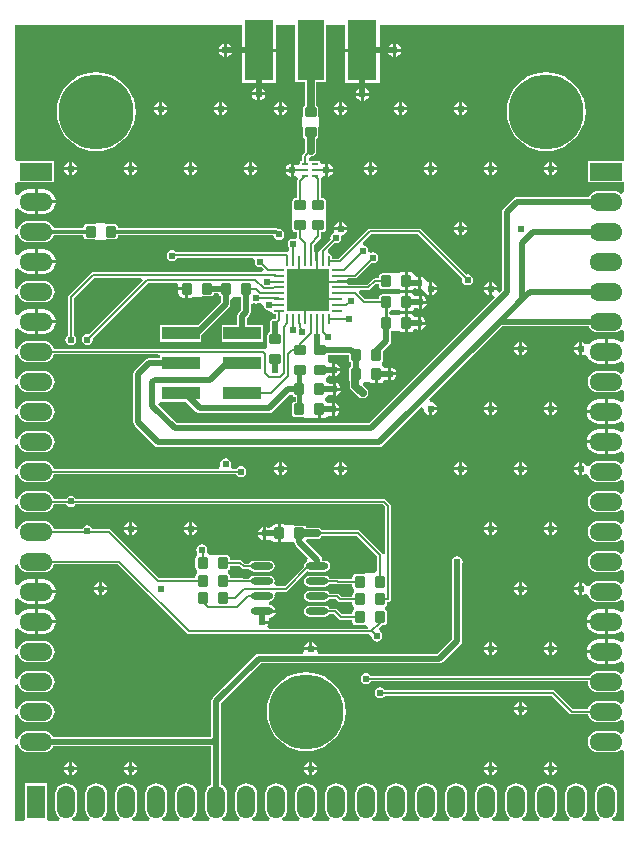
<source format=gtl>
G04 Layer_Physical_Order=1*
G04 Layer_Color=255*
%FSLAX25Y25*%
%MOIN*%
G70*
G01*
G75*
%ADD10O,0.03740X0.00984*%
%ADD11O,0.00984X0.03740*%
%ADD12R,0.14173X0.14173*%
%ADD13O,0.07480X0.02362*%
G04:AMPARAMS|DCode=14|XSize=39.37mil|YSize=35.43mil|CornerRadius=4.43mil|HoleSize=0mil|Usage=FLASHONLY|Rotation=90.000|XOffset=0mil|YOffset=0mil|HoleType=Round|Shape=RoundedRectangle|*
%AMROUNDEDRECTD14*
21,1,0.03937,0.02658,0,0,90.0*
21,1,0.03051,0.03543,0,0,90.0*
1,1,0.00886,0.01329,0.01526*
1,1,0.00886,0.01329,-0.01526*
1,1,0.00886,-0.01329,-0.01526*
1,1,0.00886,-0.01329,0.01526*
%
%ADD14ROUNDEDRECTD14*%
%ADD15R,0.02165X0.00984*%
G04:AMPARAMS|DCode=16|XSize=39.37mil|YSize=35.43mil|CornerRadius=4.43mil|HoleSize=0mil|Usage=FLASHONLY|Rotation=180.000|XOffset=0mil|YOffset=0mil|HoleType=Round|Shape=RoundedRectangle|*
%AMROUNDEDRECTD16*
21,1,0.03937,0.02658,0,0,180.0*
21,1,0.03051,0.03543,0,0,180.0*
1,1,0.00886,-0.01526,0.01329*
1,1,0.00886,0.01526,0.01329*
1,1,0.00886,0.01526,-0.01329*
1,1,0.00886,-0.01526,-0.01329*
%
%ADD16ROUNDEDRECTD16*%
%ADD17R,0.12500X0.04488*%
%ADD18R,0.09016X0.20000*%
%ADD19R,0.09508X0.20000*%
%ADD20C,0.00800*%
%ADD21C,0.00600*%
%ADD22C,0.02000*%
%ADD23C,0.00700*%
%ADD24C,0.01200*%
%ADD25C,0.02500*%
%ADD26C,0.01000*%
%ADD27C,0.25000*%
%ADD28O,0.11000X0.06000*%
%ADD29R,0.11000X0.06000*%
%ADD30O,0.06000X0.11000*%
%ADD31R,0.06000X0.11000*%
%ADD32C,0.02400*%
%ADD33C,0.02362*%
G36*
X194892Y348900D02*
X198114D01*
Y341167D01*
X198067Y341158D01*
X197722Y340927D01*
X197492Y340582D01*
X197411Y340175D01*
Y337518D01*
X197457Y337288D01*
X197244Y337075D01*
Y333925D01*
X197457Y333712D01*
X197411Y333482D01*
Y330825D01*
X197492Y330418D01*
X197722Y330073D01*
X198067Y329842D01*
X198114Y329833D01*
Y325984D01*
X198187Y325614D01*
X197433Y324859D01*
X197212Y324528D01*
X197134Y324138D01*
Y322529D01*
X196471D01*
Y321606D01*
X195565Y321121D01*
X195187Y321240D01*
X194736Y321541D01*
X194378Y321612D01*
Y319469D01*
Y317325D01*
X194736Y317396D01*
X194988Y317564D01*
X195517Y317319D01*
X195538Y317260D01*
X195649Y316372D01*
X195558Y316237D01*
X195480Y315846D01*
Y310239D01*
X194974D01*
X194568Y310157D01*
X194222Y309927D01*
X193992Y309582D01*
X193911Y309175D01*
Y306518D01*
X193957Y306288D01*
X193744Y306075D01*
Y302925D01*
X193957Y302712D01*
X193911Y302482D01*
Y299825D01*
X193992Y299418D01*
X194222Y299073D01*
X194568Y298843D01*
X194974Y298762D01*
X195480D01*
Y297279D01*
X195357Y297093D01*
X194690Y296579D01*
X194516Y296529D01*
X194224Y296587D01*
X193522Y296447D01*
X192927Y296050D01*
X192529Y295454D01*
X192389Y294752D01*
X192529Y294050D01*
X192909Y293481D01*
X192926Y293436D01*
X192898Y292784D01*
X192056Y292118D01*
X155218D01*
X155098Y292298D01*
X154502Y292696D01*
X153800Y292835D01*
X153098Y292696D01*
X152502Y292298D01*
X152104Y291702D01*
X151965Y291000D01*
X152104Y290298D01*
X152502Y289702D01*
X153098Y289304D01*
X153800Y289165D01*
X154502Y289304D01*
X155098Y289702D01*
X155485Y290282D01*
X180703D01*
X180876Y290152D01*
X181425Y289282D01*
X181365Y288980D01*
X181504Y288277D01*
X181902Y287682D01*
X182498Y287284D01*
X183200Y287144D01*
X183648Y287233D01*
X184364Y286518D01*
X183950Y285518D01*
X127400D01*
X127049Y285448D01*
X126751Y285249D01*
X119430Y277928D01*
X119231Y277630D01*
X119161Y277279D01*
Y264544D01*
X118781Y264290D01*
X118383Y263695D01*
X118244Y262992D01*
X118383Y262290D01*
X118781Y261694D01*
X119376Y261297D01*
X120079Y261157D01*
X120781Y261297D01*
X121377Y261694D01*
X121774Y262290D01*
X121914Y262992D01*
X121774Y263695D01*
X121377Y264290D01*
X120996Y264544D01*
Y276899D01*
X127780Y283682D01*
X143570D01*
X143985Y282682D01*
X126048Y264746D01*
X125600Y264835D01*
X124898Y264696D01*
X124302Y264298D01*
X123904Y263702D01*
X123765Y263000D01*
X123904Y262298D01*
X124302Y261702D01*
X124898Y261304D01*
X125600Y261165D01*
X126302Y261304D01*
X126898Y261702D01*
X127296Y262298D01*
X127435Y263000D01*
X127346Y263448D01*
X145880Y281982D01*
X155479D01*
X155854Y281526D01*
Y280500D01*
X158654D01*
Y280000D01*
X159154D01*
Y277003D01*
X159982D01*
X160545Y277115D01*
X160738Y277244D01*
X163575D01*
X163788Y277457D01*
X164018Y277411D01*
X166675D01*
X167082Y277492D01*
X167427Y277723D01*
X167657Y278067D01*
X167717Y278369D01*
X169283D01*
X169343Y278067D01*
X169573Y277723D01*
X169918Y277492D01*
X170022Y277471D01*
Y275479D01*
X162506Y267962D01*
X149835D01*
Y262274D01*
X163535D01*
Y264377D01*
X172807Y273650D01*
X173161Y274179D01*
X173285Y274803D01*
Y276302D01*
X174261Y277244D01*
X176575D01*
X176715Y277186D01*
Y272723D01*
X176024Y272031D01*
X175670Y271502D01*
X175546Y270878D01*
Y267962D01*
X170327D01*
Y262274D01*
X184027D01*
Y267962D01*
X178808D01*
Y270202D01*
X179500Y270894D01*
X179854Y271423D01*
X179978Y272047D01*
Y274729D01*
X180978Y275215D01*
X181187Y275076D01*
X181889Y274936D01*
X182592Y275076D01*
X182881Y275269D01*
X183372Y275215D01*
X184165Y274469D01*
X184304Y273766D01*
X184702Y273171D01*
X185298Y272773D01*
X186000Y272633D01*
X186038Y272641D01*
X186143Y272626D01*
X187093Y272074D01*
X187335Y271713D01*
X187696Y271471D01*
X188122Y271387D01*
X188582D01*
Y270268D01*
X188189Y269946D01*
X187487Y269806D01*
X186891Y269408D01*
X186493Y268812D01*
X186354Y268110D01*
X186493Y267408D01*
X186558Y267312D01*
Y265560D01*
X186257Y265500D01*
X185912Y265270D01*
X185681Y264925D01*
X185600Y264518D01*
Y261860D01*
X185646Y261630D01*
X185433Y261417D01*
Y260138D01*
X184433Y259793D01*
X184351Y259848D01*
X184000Y259918D01*
X114510D01*
X114507Y259940D01*
X114145Y260816D01*
X113568Y261567D01*
X112815Y262145D01*
X111940Y262507D01*
X111000Y262631D01*
X106000D01*
X105060Y262507D01*
X104184Y262145D01*
X103432Y261567D01*
X102855Y260816D01*
X102493Y259940D01*
X101539Y260136D01*
Y266600D01*
X102438Y266948D01*
X102539Y266940D01*
X103147Y266147D01*
X103983Y265506D01*
X104956Y265103D01*
X106000Y264966D01*
X108000D01*
Y269000D01*
Y273035D01*
X106000D01*
X104956Y272897D01*
X103983Y272494D01*
X103147Y271853D01*
X102539Y271060D01*
X102438Y271052D01*
X101539Y271400D01*
Y277864D01*
X102493Y278060D01*
X102855Y277185D01*
X103432Y276432D01*
X104184Y275855D01*
X105060Y275493D01*
X106000Y275369D01*
X111000D01*
X111940Y275493D01*
X112815Y275855D01*
X113568Y276432D01*
X114145Y277185D01*
X114507Y278060D01*
X114631Y279000D01*
X114507Y279940D01*
X114145Y280816D01*
X113568Y281568D01*
X112815Y282145D01*
X111940Y282507D01*
X111000Y282631D01*
X106000D01*
X105060Y282507D01*
X104184Y282145D01*
X103432Y281568D01*
X102855Y280816D01*
X102493Y279940D01*
X101539Y280136D01*
Y286600D01*
X102438Y286948D01*
X102539Y286940D01*
X103147Y286147D01*
X103983Y285506D01*
X104956Y285103D01*
X106000Y284965D01*
X108000D01*
Y289000D01*
Y293035D01*
X106000D01*
X104956Y292897D01*
X103983Y292494D01*
X103147Y291853D01*
X102539Y291060D01*
X102438Y291052D01*
X101539Y291400D01*
Y297864D01*
X102493Y298060D01*
X102855Y297184D01*
X103432Y296432D01*
X104184Y295855D01*
X105060Y295493D01*
X106000Y295369D01*
X111000D01*
X111940Y295493D01*
X112815Y295855D01*
X113568Y296432D01*
X114145Y297184D01*
X114390Y297777D01*
X124261D01*
Y297474D01*
X124343Y297067D01*
X124573Y296723D01*
X124918Y296492D01*
X125325Y296411D01*
X127982D01*
X128212Y296457D01*
X128425Y296244D01*
X131575D01*
X131788Y296457D01*
X132018Y296411D01*
X134675D01*
X135082Y296492D01*
X135427Y296723D01*
X135658Y297067D01*
X135739Y297474D01*
Y297777D01*
X187585D01*
X187674Y297329D01*
X188072Y296734D01*
X188668Y296336D01*
X189370Y296196D01*
X190072Y296336D01*
X190668Y296734D01*
X191066Y297329D01*
X191205Y298031D01*
X191066Y298734D01*
X190668Y299329D01*
X190072Y299727D01*
X189370Y299867D01*
X189283Y299849D01*
X189267Y299865D01*
X188870Y300130D01*
X188402Y300223D01*
X135739D01*
Y300526D01*
X135658Y300933D01*
X135427Y301277D01*
X135082Y301508D01*
X134675Y301589D01*
X132018D01*
X131788Y301543D01*
X131575Y301756D01*
X128425D01*
X128212Y301543D01*
X127982Y301589D01*
X125325D01*
X124918Y301508D01*
X124573Y301277D01*
X124343Y300933D01*
X124261Y300526D01*
Y300223D01*
X114390D01*
X114145Y300816D01*
X113568Y301568D01*
X112815Y302145D01*
X111940Y302507D01*
X111000Y302631D01*
X106000D01*
X105060Y302507D01*
X104184Y302145D01*
X103432Y301568D01*
X102855Y300816D01*
X102493Y299940D01*
X101539Y300136D01*
Y306600D01*
X102438Y306948D01*
X102539Y306940D01*
X103147Y306147D01*
X103983Y305506D01*
X104956Y305103D01*
X106000Y304965D01*
X108000D01*
Y309000D01*
Y313035D01*
X106000D01*
X104956Y312897D01*
X103983Y312494D01*
X103147Y311853D01*
X102539Y311060D01*
X102438Y311052D01*
X101539Y311400D01*
Y315064D01*
X102400Y315400D01*
X102539Y315400D01*
X114600D01*
Y322600D01*
X102539D01*
X102400Y322600D01*
X101539Y322936D01*
Y367961D01*
X176992D01*
Y360000D01*
X182746D01*
Y359500D01*
D01*
Y360000D01*
X188500D01*
Y367961D01*
X194892D01*
Y348900D01*
D02*
G37*
G36*
X304461Y322600D02*
X292400D01*
Y315400D01*
X304461D01*
Y312046D01*
X303899Y311745D01*
X303461Y311649D01*
X302816Y312145D01*
X301940Y312507D01*
X301000Y312631D01*
X296000D01*
X295060Y312507D01*
X294184Y312145D01*
X293432Y311567D01*
X292855Y310816D01*
X292779Y310631D01*
X268843D01*
X268218Y310507D01*
X267689Y310154D01*
X264201Y306665D01*
X263847Y306136D01*
X263723Y305512D01*
Y279416D01*
X262964Y278657D01*
X262124Y279125D01*
X262082Y279189D01*
X262144Y279500D01*
X260500D01*
Y277856D01*
X260811Y277918D01*
X260875Y277876D01*
X261343Y277036D01*
X219403Y235096D01*
X155400D01*
X149283Y241213D01*
X149654Y242256D01*
X149835Y242274D01*
Y242274D01*
X158569D01*
X161839Y239004D01*
X162368Y238650D01*
X162992Y238526D01*
X186220D01*
X186845Y238650D01*
X187374Y239004D01*
X192923Y244553D01*
X193377Y244540D01*
X194024Y244411D01*
X194179Y244179D01*
X194524Y243949D01*
X194931Y243868D01*
X195036D01*
Y242353D01*
X194931D01*
X194524Y242272D01*
X194179Y242041D01*
X193949Y241696D01*
X193868Y241289D01*
Y238238D01*
X193949Y237831D01*
X194179Y237486D01*
X194524Y237256D01*
X194931Y237175D01*
X197589D01*
X197819Y237221D01*
X198031Y237008D01*
X200868D01*
X201061Y236879D01*
X201624Y236767D01*
X202453D01*
Y239764D01*
X203453D01*
Y236767D01*
X204281D01*
X204844Y236879D01*
X205322Y237198D01*
X205641Y237675D01*
X206587Y237691D01*
X206662Y237684D01*
X206980Y237620D01*
Y239764D01*
Y241907D01*
X206662Y241844D01*
X206587Y241837D01*
X205641Y241852D01*
X205322Y242330D01*
X204956Y242574D01*
X204896Y243110D01*
X204956Y243646D01*
X205322Y243891D01*
X205559Y244246D01*
X205721Y244385D01*
X206705Y244592D01*
X207015Y244384D01*
X207374Y244313D01*
Y246457D01*
Y248600D01*
X207015Y248529D01*
X206705Y248321D01*
X205721Y248528D01*
X205559Y248667D01*
X205322Y249023D01*
X205046Y249207D01*
X205080Y250036D01*
X205151Y250248D01*
X205238Y250265D01*
X205715Y250584D01*
X206034Y251061D01*
X206808Y250887D01*
X206819Y250881D01*
X207177Y250809D01*
Y252953D01*
Y255096D01*
X206906Y255042D01*
X206765Y255060D01*
X205906Y255618D01*
Y257874D01*
X205964Y258014D01*
X212710D01*
X212765Y257959D01*
Y256348D01*
X212846Y255942D01*
X213077Y255596D01*
X213422Y255366D01*
X213526Y255345D01*
Y254103D01*
X213422Y254083D01*
X213077Y253852D01*
X212846Y253507D01*
X212765Y253100D01*
Y250049D01*
X212846Y249642D01*
X213074Y249301D01*
Y247638D01*
X213218Y246916D01*
X213627Y246304D01*
X215989Y243942D01*
X216601Y243533D01*
X217323Y243389D01*
X218045Y243533D01*
X218657Y243942D01*
X219065Y244554D01*
X219209Y245276D01*
X219065Y245997D01*
X218657Y246609D01*
X217447Y247819D01*
X217861Y248819D01*
X219766D01*
X219959Y248690D01*
X220522Y248578D01*
X221350D01*
Y251575D01*
X222350D01*
Y248578D01*
X223179D01*
X223742Y248690D01*
X224219Y249009D01*
X224538Y249486D01*
X225485Y249502D01*
X225560Y249495D01*
X225878Y249431D01*
Y251575D01*
Y253718D01*
X225560Y253655D01*
X225485Y253648D01*
X224538Y253663D01*
X224219Y254141D01*
X223817Y254409D01*
X223745Y254710D01*
X223752Y255477D01*
X223931Y255596D01*
X224162Y255942D01*
X224242Y256348D01*
Y259337D01*
X226307Y261402D01*
X226661Y261931D01*
X226785Y262555D01*
Y265686D01*
X226925Y265744D01*
X229762D01*
X229955Y265615D01*
X230518Y265503D01*
X231346D01*
Y268500D01*
Y271497D01*
X230518D01*
X229955Y271385D01*
X229762Y271256D01*
X226925D01*
X226275Y271987D01*
Y272013D01*
X226925Y272744D01*
X229762D01*
X229955Y272615D01*
X230518Y272503D01*
X231346D01*
Y275500D01*
Y278497D01*
X230518D01*
X229955Y278385D01*
X229762Y278256D01*
X226925D01*
X226712Y278043D01*
X226482Y278089D01*
X223825D01*
X223418Y278008D01*
X223073Y277778D01*
X222843Y277432D01*
X222762Y277026D01*
Y276418D01*
X218187D01*
X216148Y278456D01*
X216563Y279456D01*
X219280D01*
X219631Y279526D01*
X219929Y279725D01*
X221761Y281558D01*
X222762Y281523D01*
Y280974D01*
X222843Y280568D01*
X223073Y280223D01*
X223418Y279992D01*
X223825Y279911D01*
X226482D01*
X226712Y279957D01*
X226925Y279744D01*
X229762D01*
X229955Y279615D01*
X230518Y279503D01*
X231346D01*
Y282500D01*
Y285497D01*
X230518D01*
X229955Y285385D01*
X229762Y285256D01*
X226925D01*
X226712Y285043D01*
X226482Y285089D01*
X223825D01*
X223418Y285008D01*
X223073Y284777D01*
X222843Y284433D01*
X222762Y284026D01*
Y283418D01*
X221406D01*
X221055Y283348D01*
X220757Y283149D01*
X218900Y281292D01*
X212373D01*
X211991Y281843D01*
X208791D01*
Y282843D01*
X211992D01*
X212373Y283393D01*
X214800D01*
X215151Y283463D01*
X215449Y283662D01*
X220241Y288454D01*
X220689Y288365D01*
X221391Y288504D01*
X221987Y288902D01*
X222385Y289498D01*
X222524Y290200D01*
X222385Y290902D01*
X221987Y291498D01*
X221391Y291896D01*
X220689Y292035D01*
X220141Y291926D01*
X219500Y292332D01*
X219218Y292585D01*
X219096Y293202D01*
X218698Y293798D01*
X218102Y294196D01*
X217690Y294278D01*
X217319Y295083D01*
X217296Y295298D01*
X220150Y298153D01*
X235750D01*
X250554Y283348D01*
X250465Y282900D01*
X250604Y282198D01*
X251002Y281602D01*
X251598Y281204D01*
X252300Y281065D01*
X253002Y281204D01*
X253598Y281602D01*
X253996Y282198D01*
X254135Y282900D01*
X253996Y283602D01*
X253598Y284198D01*
X253002Y284596D01*
X252300Y284735D01*
X251852Y284646D01*
X236779Y299719D01*
X236481Y299918D01*
X236130Y299988D01*
X219770D01*
X219419Y299918D01*
X219121Y299719D01*
X209420Y290018D01*
X207149D01*
Y290413D01*
X207064Y290840D01*
X206823Y291201D01*
X206462Y291442D01*
X206035Y291527D01*
X205729Y292457D01*
X205679Y292882D01*
X207952Y295154D01*
X208400Y295065D01*
X209102Y295204D01*
X209698Y295602D01*
X210096Y296198D01*
X210227Y296860D01*
X210235Y296900D01*
X210235Y296900D01*
X210096Y297602D01*
X210858Y297928D01*
X211586Y298414D01*
X212072Y299142D01*
X212144Y299500D01*
X207811D01*
X207698Y298596D01*
X207102Y298198D01*
X206704Y297602D01*
X206565Y296900D01*
X206654Y296452D01*
X203418Y293216D01*
X203219Y292918D01*
X203169Y292664D01*
X203091Y292530D01*
X202598Y292213D01*
Y289035D01*
X201598D01*
Y292330D01*
X201150Y292685D01*
Y294589D01*
X203221Y296661D01*
X203442Y296992D01*
X203520Y297382D01*
Y298762D01*
X204026D01*
X204433Y298843D01*
X204778Y299073D01*
X205008Y299418D01*
X205089Y299825D01*
Y302482D01*
X205043Y302712D01*
X205256Y302925D01*
Y306075D01*
X205043Y306288D01*
X205089Y306518D01*
Y309175D01*
X205008Y309582D01*
X204778Y309927D01*
X204433Y310157D01*
X204026Y310239D01*
X203520D01*
Y316500D01*
X203449Y316853D01*
X203534Y316971D01*
X204201Y317554D01*
X204437Y317396D01*
X204795Y317325D01*
Y319469D01*
Y321612D01*
X204437Y321541D01*
X204183Y321371D01*
X203183Y321905D01*
Y322529D01*
X199582D01*
X199403Y323329D01*
X200077Y324113D01*
X200722Y324241D01*
X201334Y324650D01*
X201743Y325262D01*
X201886Y325984D01*
Y329833D01*
X201933Y329842D01*
X202277Y330073D01*
X202508Y330418D01*
X202589Y330825D01*
Y333482D01*
X202543Y333712D01*
X202756Y333925D01*
Y337075D01*
X202543Y337288D01*
X202589Y337518D01*
Y340175D01*
X202508Y340582D01*
X202277Y340927D01*
X201933Y341158D01*
X201886Y341167D01*
Y348900D01*
X205108D01*
Y367961D01*
X211500D01*
Y360000D01*
X217254D01*
X223008D01*
Y367961D01*
X304461D01*
Y322600D01*
D02*
G37*
G36*
X292855Y267184D02*
X293432Y266432D01*
X294184Y265855D01*
X295060Y265493D01*
X296000Y265369D01*
X301000D01*
X301940Y265493D01*
X302816Y265855D01*
X303461Y266351D01*
X303899Y266255D01*
X304461Y265954D01*
Y262647D01*
X303461Y262154D01*
X303017Y262494D01*
X302044Y262897D01*
X301000Y263035D01*
X299000D01*
Y259000D01*
Y254965D01*
X301000D01*
X302044Y255103D01*
X303017Y255506D01*
X303461Y255846D01*
X304461Y255353D01*
Y252046D01*
X303899Y251745D01*
X303461Y251649D01*
X302816Y252145D01*
X301940Y252507D01*
X301000Y252631D01*
X296000D01*
X295060Y252507D01*
X294184Y252145D01*
X293432Y251568D01*
X292855Y250816D01*
X292493Y249940D01*
X292369Y249000D01*
X292493Y248060D01*
X292855Y247184D01*
X293432Y246432D01*
X294184Y245855D01*
X295060Y245493D01*
X296000Y245369D01*
X301000D01*
X301940Y245493D01*
X302816Y245855D01*
X303461Y246351D01*
X303899Y246255D01*
X304461Y245954D01*
Y242647D01*
X303461Y242154D01*
X303017Y242494D01*
X302044Y242897D01*
X301000Y243035D01*
X299000D01*
Y239000D01*
Y234965D01*
X301000D01*
X302044Y235103D01*
X303017Y235506D01*
X303461Y235846D01*
X304461Y235353D01*
Y232647D01*
X303461Y232154D01*
X303017Y232494D01*
X302044Y232897D01*
X301000Y233034D01*
X299000D01*
Y229000D01*
Y224966D01*
X301000D01*
X302044Y225103D01*
X303017Y225506D01*
X303461Y225846D01*
X304461Y225353D01*
Y222046D01*
X303899Y221745D01*
X303461Y221649D01*
X302816Y222145D01*
X301940Y222507D01*
X301000Y222631D01*
X296000D01*
X295060Y222507D01*
X294184Y222145D01*
X293432Y221568D01*
X293046Y221064D01*
X292739Y220999D01*
X292206Y221021D01*
X291898Y221119D01*
X291586Y221586D01*
X290858Y222072D01*
X290500Y222144D01*
Y220000D01*
Y217856D01*
X290858Y217928D01*
X291449Y218323D01*
X292121Y218179D01*
X292516Y218005D01*
X292855Y217184D01*
X293432Y216432D01*
X294184Y215855D01*
X295060Y215493D01*
X296000Y215369D01*
X301000D01*
X301940Y215493D01*
X302816Y215855D01*
X303461Y216351D01*
X303899Y216255D01*
X304461Y215954D01*
Y212046D01*
X303899Y211745D01*
X303461Y211649D01*
X302816Y212145D01*
X301940Y212507D01*
X301000Y212631D01*
X296000D01*
X295060Y212507D01*
X294184Y212145D01*
X293432Y211567D01*
X292855Y210816D01*
X292493Y209940D01*
X292369Y209000D01*
X292493Y208060D01*
X292855Y207185D01*
X293432Y206433D01*
X294184Y205855D01*
X295060Y205493D01*
X296000Y205369D01*
X301000D01*
X301940Y205493D01*
X302816Y205855D01*
X303461Y206351D01*
X303899Y206255D01*
X304461Y205954D01*
Y202046D01*
X303899Y201745D01*
X303461Y201649D01*
X302816Y202145D01*
X301940Y202507D01*
X301000Y202631D01*
X296000D01*
X295060Y202507D01*
X294184Y202145D01*
X293432Y201568D01*
X292855Y200816D01*
X292493Y199940D01*
X292369Y199000D01*
X292493Y198060D01*
X292855Y197185D01*
X293432Y196432D01*
X294184Y195855D01*
X295060Y195493D01*
X296000Y195369D01*
X301000D01*
X301940Y195493D01*
X302816Y195855D01*
X303461Y196351D01*
X303899Y196255D01*
X304461Y195954D01*
Y192046D01*
X303899Y191745D01*
X303461Y191649D01*
X302816Y192145D01*
X301940Y192507D01*
X301000Y192631D01*
X296000D01*
X295060Y192507D01*
X294184Y192145D01*
X293432Y191568D01*
X292855Y190815D01*
X292493Y189940D01*
X292369Y189000D01*
X292493Y188060D01*
X292855Y187185D01*
X293432Y186432D01*
X294184Y185855D01*
X295060Y185493D01*
X296000Y185369D01*
X301000D01*
X301940Y185493D01*
X302816Y185855D01*
X303461Y186351D01*
X303899Y186255D01*
X304461Y185954D01*
Y182046D01*
X303899Y181745D01*
X303461Y181649D01*
X302816Y182145D01*
X301940Y182507D01*
X301000Y182631D01*
X296000D01*
X295060Y182507D01*
X294184Y182145D01*
X293432Y181568D01*
X293046Y181064D01*
X292739Y180999D01*
X292206Y181021D01*
X291898Y181119D01*
X291586Y181586D01*
X290858Y182072D01*
X290500Y182144D01*
Y180000D01*
Y177856D01*
X290858Y177928D01*
X291449Y178323D01*
X292121Y178179D01*
X292516Y178005D01*
X292855Y177184D01*
X293432Y176432D01*
X294184Y175855D01*
X295060Y175493D01*
X296000Y175369D01*
X301000D01*
X301940Y175493D01*
X302816Y175855D01*
X303461Y176351D01*
X303899Y176255D01*
X304461Y175954D01*
Y172647D01*
X303461Y172154D01*
X303017Y172494D01*
X302044Y172897D01*
X301000Y173035D01*
X299000D01*
Y169000D01*
Y164965D01*
X301000D01*
X302044Y165103D01*
X303017Y165506D01*
X303461Y165846D01*
X304461Y165353D01*
Y162647D01*
X303461Y162154D01*
X303017Y162494D01*
X302044Y162897D01*
X301000Y163034D01*
X299000D01*
Y159000D01*
Y154965D01*
X301000D01*
X302044Y155103D01*
X303017Y155506D01*
X303461Y155846D01*
X304461Y155353D01*
Y152046D01*
X303899Y151745D01*
X303461Y151649D01*
X302816Y152145D01*
X301940Y152507D01*
X301000Y152631D01*
X296000D01*
X295060Y152507D01*
X294184Y152145D01*
X293432Y151568D01*
X292934Y150918D01*
X220056D01*
X219802Y151298D01*
X219206Y151696D01*
X218504Y151835D01*
X217802Y151696D01*
X217206Y151298D01*
X216808Y150702D01*
X216669Y150000D01*
X216808Y149298D01*
X217206Y148702D01*
X217802Y148304D01*
X218504Y148165D01*
X219206Y148304D01*
X219802Y148702D01*
X220056Y149082D01*
X292297D01*
X292369Y149000D01*
X292493Y148060D01*
X292855Y147185D01*
X293432Y146432D01*
X294184Y145855D01*
X295060Y145493D01*
X296000Y145369D01*
X301000D01*
X301940Y145493D01*
X302816Y145855D01*
X303461Y146351D01*
X303899Y146255D01*
X304461Y145954D01*
Y142046D01*
X303899Y141745D01*
X303461Y141649D01*
X302816Y142145D01*
X301940Y142507D01*
X301000Y142631D01*
X296000D01*
X295060Y142507D01*
X294184Y142145D01*
X293432Y141568D01*
X292855Y140815D01*
X292493Y139940D01*
X292490Y139918D01*
X287364D01*
X281358Y145924D01*
X281060Y146123D01*
X280709Y146193D01*
X224780D01*
X224526Y146573D01*
X223931Y146971D01*
X223228Y147111D01*
X222526Y146971D01*
X221931Y146573D01*
X221533Y145978D01*
X221393Y145276D01*
X221533Y144573D01*
X221931Y143978D01*
X222526Y143580D01*
X223228Y143440D01*
X223931Y143580D01*
X224526Y143978D01*
X224780Y144358D01*
X280329D01*
X286335Y138351D01*
X286633Y138152D01*
X286984Y138082D01*
X292490D01*
X292493Y138060D01*
X292855Y137185D01*
X293432Y136432D01*
X294184Y135855D01*
X295060Y135493D01*
X296000Y135369D01*
X301000D01*
X301940Y135493D01*
X302816Y135855D01*
X303461Y136351D01*
X303899Y136255D01*
X304461Y135954D01*
Y132046D01*
X303899Y131745D01*
X303461Y131649D01*
X302816Y132145D01*
X301940Y132507D01*
X301000Y132631D01*
X296000D01*
X295060Y132507D01*
X294184Y132145D01*
X293432Y131568D01*
X292855Y130815D01*
X292493Y129940D01*
X292369Y129000D01*
X292493Y128060D01*
X292855Y127184D01*
X293432Y126432D01*
X294184Y125855D01*
X295060Y125493D01*
X296000Y125369D01*
X301000D01*
X301940Y125493D01*
X302816Y125855D01*
X303461Y126351D01*
X303899Y126255D01*
X304461Y125954D01*
Y102539D01*
X300839D01*
X300555Y103539D01*
X301067Y103932D01*
X301645Y104684D01*
X302007Y105560D01*
X302131Y106500D01*
Y111500D01*
X302007Y112440D01*
X301645Y113315D01*
X301067Y114068D01*
X300315Y114645D01*
X299440Y115007D01*
X298500Y115131D01*
X297560Y115007D01*
X296685Y114645D01*
X295933Y114068D01*
X295355Y113315D01*
X294993Y112440D01*
X294869Y111500D01*
Y106500D01*
X294993Y105560D01*
X295355Y104684D01*
X295933Y103932D01*
X296445Y103539D01*
X296161Y102539D01*
X290839D01*
X290555Y103539D01*
X291068Y103932D01*
X291645Y104684D01*
X292007Y105560D01*
X292131Y106500D01*
Y111500D01*
X292007Y112440D01*
X291645Y113315D01*
X291068Y114068D01*
X290316Y114645D01*
X289440Y115007D01*
X288500Y115131D01*
X287560Y115007D01*
X286684Y114645D01*
X285932Y114068D01*
X285355Y113315D01*
X284993Y112440D01*
X284869Y111500D01*
Y106500D01*
X284993Y105560D01*
X285355Y104684D01*
X285932Y103932D01*
X286445Y103539D01*
X286161Y102539D01*
X280839D01*
X280555Y103539D01*
X281067Y103932D01*
X281645Y104684D01*
X282007Y105560D01*
X282131Y106500D01*
Y111500D01*
X282007Y112440D01*
X281645Y113315D01*
X281067Y114068D01*
X280315Y114645D01*
X279440Y115007D01*
X278500Y115131D01*
X277560Y115007D01*
X276684Y114645D01*
X275933Y114068D01*
X275355Y113315D01*
X274993Y112440D01*
X274869Y111500D01*
Y106500D01*
X274993Y105560D01*
X275355Y104684D01*
X275933Y103932D01*
X276445Y103539D01*
X276161Y102539D01*
X270839D01*
X270555Y103539D01*
X271068Y103932D01*
X271645Y104684D01*
X272007Y105560D01*
X272131Y106500D01*
Y111500D01*
X272007Y112440D01*
X271645Y113315D01*
X271068Y114068D01*
X270316Y114645D01*
X269440Y115007D01*
X268500Y115131D01*
X267560Y115007D01*
X266685Y114645D01*
X265932Y114068D01*
X265355Y113315D01*
X264993Y112440D01*
X264869Y111500D01*
Y106500D01*
X264993Y105560D01*
X265355Y104684D01*
X265932Y103932D01*
X266445Y103539D01*
X266161Y102539D01*
X260839D01*
X260555Y103539D01*
X261068Y103932D01*
X261645Y104684D01*
X262007Y105560D01*
X262131Y106500D01*
Y111500D01*
X262007Y112440D01*
X261645Y113315D01*
X261068Y114068D01*
X260315Y114645D01*
X259440Y115007D01*
X258500Y115131D01*
X257560Y115007D01*
X256684Y114645D01*
X255932Y114068D01*
X255355Y113315D01*
X254993Y112440D01*
X254869Y111500D01*
Y106500D01*
X254993Y105560D01*
X255355Y104684D01*
X255932Y103932D01*
X256445Y103539D01*
X256161Y102539D01*
X250839D01*
X250555Y103539D01*
X251067Y103932D01*
X251645Y104684D01*
X252007Y105560D01*
X252131Y106500D01*
Y111500D01*
X252007Y112440D01*
X251645Y113315D01*
X251067Y114068D01*
X250315Y114645D01*
X249440Y115007D01*
X248500Y115131D01*
X247560Y115007D01*
X246685Y114645D01*
X245933Y114068D01*
X245355Y113315D01*
X244993Y112440D01*
X244869Y111500D01*
Y106500D01*
X244993Y105560D01*
X245355Y104684D01*
X245933Y103932D01*
X246445Y103539D01*
X246161Y102539D01*
X240839D01*
X240555Y103539D01*
X241068Y103932D01*
X241645Y104684D01*
X242007Y105560D01*
X242131Y106500D01*
Y111500D01*
X242007Y112440D01*
X241645Y113315D01*
X241068Y114068D01*
X240316Y114645D01*
X239440Y115007D01*
X238500Y115131D01*
X237560Y115007D01*
X236684Y114645D01*
X235932Y114068D01*
X235355Y113315D01*
X234993Y112440D01*
X234869Y111500D01*
Y106500D01*
X234993Y105560D01*
X235355Y104684D01*
X235932Y103932D01*
X236445Y103539D01*
X236161Y102539D01*
X230839D01*
X230555Y103539D01*
X231067Y103932D01*
X231645Y104684D01*
X232007Y105560D01*
X232131Y106500D01*
Y111500D01*
X232007Y112440D01*
X231645Y113315D01*
X231067Y114068D01*
X230315Y114645D01*
X229440Y115007D01*
X228500Y115131D01*
X227560Y115007D01*
X226684Y114645D01*
X225933Y114068D01*
X225355Y113315D01*
X224993Y112440D01*
X224869Y111500D01*
Y106500D01*
X224993Y105560D01*
X225355Y104684D01*
X225933Y103932D01*
X226445Y103539D01*
X226161Y102539D01*
X220839D01*
X220555Y103539D01*
X221068Y103932D01*
X221645Y104684D01*
X222007Y105560D01*
X222131Y106500D01*
Y111500D01*
X222007Y112440D01*
X221645Y113315D01*
X221068Y114068D01*
X220316Y114645D01*
X219440Y115007D01*
X218500Y115131D01*
X217560Y115007D01*
X216685Y114645D01*
X215932Y114068D01*
X215355Y113315D01*
X214993Y112440D01*
X214869Y111500D01*
Y106500D01*
X214993Y105560D01*
X215355Y104684D01*
X215932Y103932D01*
X216445Y103539D01*
X216161Y102539D01*
X210839D01*
X210555Y103539D01*
X211068Y103932D01*
X211645Y104684D01*
X212007Y105560D01*
X212131Y106500D01*
Y111500D01*
X212007Y112440D01*
X211645Y113315D01*
X211068Y114068D01*
X210315Y114645D01*
X209440Y115007D01*
X208500Y115131D01*
X207560Y115007D01*
X206684Y114645D01*
X205932Y114068D01*
X205355Y113315D01*
X204993Y112440D01*
X204869Y111500D01*
Y106500D01*
X204993Y105560D01*
X205355Y104684D01*
X205932Y103932D01*
X206445Y103539D01*
X206161Y102539D01*
X200839D01*
X200555Y103539D01*
X201068Y103932D01*
X201645Y104684D01*
X202007Y105560D01*
X202131Y106500D01*
Y111500D01*
X202007Y112440D01*
X201645Y113315D01*
X201068Y114068D01*
X200315Y114645D01*
X199440Y115007D01*
X198500Y115131D01*
X197560Y115007D01*
X196685Y114645D01*
X195932Y114068D01*
X195355Y113315D01*
X194993Y112440D01*
X194869Y111500D01*
Y106500D01*
X194993Y105560D01*
X195355Y104684D01*
X195932Y103932D01*
X196445Y103539D01*
X196161Y102539D01*
X190839D01*
X190555Y103539D01*
X191068Y103932D01*
X191645Y104684D01*
X192007Y105560D01*
X192131Y106500D01*
Y111500D01*
X192007Y112440D01*
X191645Y113315D01*
X191068Y114068D01*
X190315Y114645D01*
X189440Y115007D01*
X188500Y115131D01*
X187560Y115007D01*
X186685Y114645D01*
X185932Y114068D01*
X185355Y113315D01*
X184993Y112440D01*
X184869Y111500D01*
Y106500D01*
X184993Y105560D01*
X185355Y104684D01*
X185932Y103932D01*
X186445Y103539D01*
X186161Y102539D01*
X180839D01*
X180555Y103539D01*
X181068Y103932D01*
X181645Y104684D01*
X182007Y105560D01*
X182131Y106500D01*
Y111500D01*
X182007Y112440D01*
X181645Y113315D01*
X181068Y114068D01*
X180315Y114645D01*
X179440Y115007D01*
X178500Y115131D01*
X177560Y115007D01*
X176684Y114645D01*
X175932Y114068D01*
X175355Y113315D01*
X174993Y112440D01*
X174869Y111500D01*
Y106500D01*
X174993Y105560D01*
X175355Y104684D01*
X175932Y103932D01*
X176445Y103539D01*
X176161Y102539D01*
X170839D01*
X170555Y103539D01*
X171068Y103932D01*
X171645Y104684D01*
X172007Y105560D01*
X172131Y106500D01*
Y111500D01*
X172007Y112440D01*
X171645Y113315D01*
X171068Y114068D01*
X170316Y114645D01*
X170131Y114721D01*
Y129921D01*
Y141840D01*
X183353Y155062D01*
X242913D01*
X243538Y155186D01*
X244067Y155539D01*
X249972Y161445D01*
X250326Y161974D01*
X250450Y162598D01*
Y188178D01*
X250515Y188274D01*
X250654Y188976D01*
X250515Y189679D01*
X250117Y190274D01*
X249521Y190672D01*
X248819Y190812D01*
X248117Y190672D01*
X247521Y190274D01*
X247123Y189679D01*
X246984Y188976D01*
X247123Y188274D01*
X247188Y188178D01*
Y163274D01*
X242238Y158324D01*
X202729D01*
X202461Y158658D01*
X202109Y159324D01*
X202144Y159500D01*
X197856D01*
X197891Y159324D01*
X197539Y158658D01*
X197271Y158324D01*
X182677D01*
X182053Y158200D01*
X181524Y157846D01*
X167347Y143669D01*
X166993Y143140D01*
X166869Y142516D01*
Y130631D01*
X114221D01*
X114145Y130815D01*
X113568Y131568D01*
X112815Y132145D01*
X111940Y132507D01*
X111000Y132631D01*
X106000D01*
X105060Y132507D01*
X104184Y132145D01*
X103432Y131568D01*
X102855Y130815D01*
X102493Y129940D01*
X101539Y130136D01*
Y137864D01*
X102493Y138060D01*
X102855Y137185D01*
X103432Y136432D01*
X104184Y135855D01*
X105060Y135493D01*
X106000Y135369D01*
X111000D01*
X111940Y135493D01*
X112815Y135855D01*
X113568Y136432D01*
X114145Y137185D01*
X114507Y138060D01*
X114631Y139000D01*
X114507Y139940D01*
X114145Y140815D01*
X113568Y141568D01*
X112815Y142145D01*
X111940Y142507D01*
X111000Y142631D01*
X106000D01*
X105060Y142507D01*
X104184Y142145D01*
X103432Y141568D01*
X102855Y140815D01*
X102493Y139940D01*
X101539Y140136D01*
Y147864D01*
X102493Y148060D01*
X102855Y147185D01*
X103432Y146432D01*
X104184Y145855D01*
X105060Y145493D01*
X106000Y145369D01*
X111000D01*
X111940Y145493D01*
X112815Y145855D01*
X113568Y146432D01*
X114145Y147185D01*
X114507Y148060D01*
X114631Y149000D01*
X114507Y149940D01*
X114145Y150815D01*
X113568Y151568D01*
X112815Y152145D01*
X111940Y152507D01*
X111000Y152631D01*
X106000D01*
X105060Y152507D01*
X104184Y152145D01*
X103432Y151568D01*
X102855Y150815D01*
X102493Y149940D01*
X101539Y150136D01*
Y157864D01*
X102493Y158060D01*
X102855Y157185D01*
X103432Y156432D01*
X104184Y155855D01*
X105060Y155493D01*
X106000Y155369D01*
X111000D01*
X111940Y155493D01*
X112815Y155855D01*
X113568Y156432D01*
X114145Y157185D01*
X114507Y158060D01*
X114631Y159000D01*
X114507Y159940D01*
X114145Y160816D01*
X113568Y161568D01*
X112815Y162145D01*
X111940Y162507D01*
X111000Y162631D01*
X106000D01*
X105060Y162507D01*
X104184Y162145D01*
X103432Y161568D01*
X102855Y160816D01*
X102493Y159940D01*
X101539Y160136D01*
Y166600D01*
X102438Y166948D01*
X102539Y166940D01*
X103147Y166147D01*
X103983Y165506D01*
X104956Y165103D01*
X106000Y164965D01*
X108000D01*
Y169000D01*
Y173035D01*
X106000D01*
X104956Y172897D01*
X103983Y172494D01*
X103147Y171853D01*
X102539Y171060D01*
X102438Y171052D01*
X101539Y171400D01*
Y176600D01*
X102438Y176948D01*
X102539Y176940D01*
X103147Y176147D01*
X103983Y175506D01*
X104956Y175103D01*
X106000Y174966D01*
X108000D01*
Y179000D01*
Y183035D01*
X106000D01*
X104956Y182897D01*
X103983Y182494D01*
X103147Y181853D01*
X102539Y181060D01*
X102438Y181052D01*
X101539Y181400D01*
Y187864D01*
X102493Y188060D01*
X102855Y187185D01*
X103432Y186432D01*
X104184Y185855D01*
X105060Y185493D01*
X106000Y185369D01*
X111000D01*
X111940Y185493D01*
X112815Y185855D01*
X113568Y186432D01*
X114145Y187185D01*
X114507Y188060D01*
X114510Y188082D01*
X135820D01*
X158827Y165075D01*
X159125Y164876D01*
X159476Y164806D01*
X219318D01*
X220212Y164173D01*
X220352Y163471D01*
X220749Y162875D01*
X221345Y162478D01*
X222047Y162338D01*
X222750Y162478D01*
X223345Y162875D01*
X223743Y163471D01*
X223883Y164173D01*
X223743Y164875D01*
X223345Y165471D01*
X222978Y165716D01*
X222742Y166577D01*
X222738Y166891D01*
X223680Y167833D01*
X223714Y167884D01*
X224360D01*
X224767Y167964D01*
X225112Y168195D01*
X225343Y168540D01*
X225424Y168947D01*
Y171998D01*
X225343Y172405D01*
X225112Y172750D01*
X224917Y172880D01*
X224835Y173425D01*
X224917Y173970D01*
X225112Y174100D01*
X225343Y174445D01*
X225424Y174852D01*
Y175460D01*
X225700D01*
X226051Y175530D01*
X226349Y175729D01*
X226449Y175829D01*
X226648Y176127D01*
X226718Y176478D01*
Y207600D01*
X226648Y207951D01*
X226449Y208249D01*
X225049Y209649D01*
X224751Y209848D01*
X224400Y209918D01*
X121667D01*
X121377Y210353D01*
X120781Y210751D01*
X120079Y210890D01*
X119376Y210751D01*
X118781Y210353D01*
X118490Y209918D01*
X114510D01*
X114507Y209940D01*
X114145Y210816D01*
X113568Y211567D01*
X112815Y212145D01*
X111940Y212507D01*
X111000Y212631D01*
X106000D01*
X105060Y212507D01*
X104184Y212145D01*
X103432Y211567D01*
X102855Y210816D01*
X102493Y209940D01*
X101539Y210136D01*
Y217864D01*
X102493Y218060D01*
X102855Y217184D01*
X103432Y216432D01*
X104184Y215855D01*
X105060Y215493D01*
X106000Y215369D01*
X111000D01*
X111940Y215493D01*
X112815Y215855D01*
X113568Y216432D01*
X114145Y217184D01*
X114495Y218031D01*
X175152D01*
X175372Y217702D01*
X175967Y217304D01*
X176669Y217165D01*
X177372Y217304D01*
X177967Y217702D01*
X178365Y218298D01*
X178505Y219000D01*
X178365Y219702D01*
X177967Y220298D01*
X177372Y220696D01*
X176669Y220835D01*
X175967Y220696D01*
X175372Y220298D01*
X175152Y219969D01*
X173895D01*
X173349Y220951D01*
X173489Y221654D01*
X173349Y222356D01*
X172951Y222951D01*
X172356Y223349D01*
X171653Y223489D01*
X170951Y223349D01*
X170356Y222951D01*
X169958Y222356D01*
X169818Y221654D01*
X169958Y220951D01*
X169412Y219969D01*
X114495D01*
X114145Y220815D01*
X113568Y221568D01*
X112815Y222145D01*
X111940Y222507D01*
X111000Y222631D01*
X106000D01*
X105060Y222507D01*
X104184Y222145D01*
X103432Y221568D01*
X102855Y220815D01*
X102493Y219940D01*
X101539Y220136D01*
Y227864D01*
X102493Y228060D01*
X102855Y227185D01*
X103432Y226432D01*
X104184Y225855D01*
X105060Y225493D01*
X106000Y225369D01*
X111000D01*
X111940Y225493D01*
X112815Y225855D01*
X113568Y226432D01*
X114145Y227185D01*
X114507Y228060D01*
X114631Y229000D01*
X114507Y229940D01*
X114145Y230816D01*
X113568Y231568D01*
X112815Y232145D01*
X111940Y232507D01*
X111000Y232631D01*
X106000D01*
X105060Y232507D01*
X104184Y232145D01*
X103432Y231568D01*
X102855Y230816D01*
X102493Y229940D01*
X101539Y230136D01*
Y237864D01*
X102493Y238060D01*
X102855Y237185D01*
X103432Y236433D01*
X104184Y235855D01*
X105060Y235493D01*
X106000Y235369D01*
X111000D01*
X111940Y235493D01*
X112815Y235855D01*
X113568Y236433D01*
X114145Y237185D01*
X114507Y238060D01*
X114631Y239000D01*
X114507Y239940D01*
X114145Y240815D01*
X113568Y241567D01*
X112815Y242145D01*
X111940Y242507D01*
X111000Y242631D01*
X106000D01*
X105060Y242507D01*
X104184Y242145D01*
X103432Y241567D01*
X102855Y240815D01*
X102493Y239940D01*
X101539Y240136D01*
Y247864D01*
X102493Y248060D01*
X102855Y247184D01*
X103432Y246432D01*
X104184Y245855D01*
X105060Y245493D01*
X106000Y245369D01*
X111000D01*
X111940Y245493D01*
X112815Y245855D01*
X113568Y246432D01*
X114145Y247184D01*
X114507Y248060D01*
X114631Y249000D01*
X114507Y249940D01*
X114145Y250816D01*
X113568Y251568D01*
X112815Y252145D01*
X111940Y252507D01*
X111000Y252631D01*
X106000D01*
X105060Y252507D01*
X104184Y252145D01*
X103432Y251568D01*
X102855Y250816D01*
X102493Y249940D01*
X101539Y250136D01*
Y257864D01*
X102493Y258060D01*
X102855Y257185D01*
X103432Y256433D01*
X104184Y255855D01*
X105060Y255493D01*
X106000Y255369D01*
X111000D01*
X111940Y255493D01*
X112815Y255855D01*
X113568Y256433D01*
X114145Y257185D01*
X114507Y258060D01*
X114510Y258082D01*
X148885D01*
X149835Y257962D01*
Y256750D01*
X146063D01*
X145439Y256625D01*
X144910Y256272D01*
X141366Y252728D01*
X141013Y252199D01*
X140888Y251575D01*
Y235433D01*
X141013Y234809D01*
X141366Y234279D01*
X148059Y227587D01*
X148588Y227233D01*
X149213Y227109D01*
X222835D01*
X223459Y227233D01*
X223988Y227587D01*
X236821Y240419D01*
X237561Y240088D01*
X237767Y239951D01*
X237928Y239142D01*
X238414Y238414D01*
X239142Y237928D01*
X239500Y237856D01*
Y240000D01*
X240000D01*
Y240500D01*
X242144D01*
X242072Y240858D01*
X241586Y241586D01*
X240858Y242072D01*
X240049Y242233D01*
X239912Y242439D01*
X239581Y243179D01*
X263770Y267369D01*
X292779D01*
X292855Y267184D01*
D02*
G37*
G36*
X222012Y190719D02*
Y185702D01*
X221260Y185039D01*
X218110D01*
X217897Y184827D01*
X217667Y184872D01*
X215010D01*
X214603Y184791D01*
X214258Y184561D01*
X214028Y184216D01*
X213947Y183809D01*
Y183201D01*
X209553D01*
X209451Y183269D01*
X209100Y183339D01*
X206253D01*
X206009Y183705D01*
X205419Y184099D01*
X204725Y184237D01*
X199606D01*
X198911Y184099D01*
X198322Y183705D01*
X197929Y183116D01*
X197790Y182421D01*
X197929Y181726D01*
X198322Y181137D01*
X198911Y180743D01*
X199606Y180605D01*
X204725D01*
X205419Y180743D01*
X206009Y181137D01*
X206253Y181504D01*
X208785D01*
X208887Y181436D01*
X209238Y181366D01*
X213947D01*
Y180758D01*
X214028Y180351D01*
X214258Y180006D01*
X214453Y179876D01*
X214535Y179331D01*
X214453Y178786D01*
X214258Y178656D01*
X214028Y178311D01*
X213947Y177904D01*
Y177296D01*
X210123D01*
X209349Y178070D01*
X209051Y178269D01*
X208700Y178339D01*
X206253D01*
X206009Y178705D01*
X205419Y179099D01*
X204725Y179237D01*
X199606D01*
X198911Y179099D01*
X198322Y178705D01*
X197929Y178116D01*
X197790Y177421D01*
X197929Y176726D01*
X198322Y176137D01*
X198911Y175743D01*
X199606Y175605D01*
X204725D01*
X205419Y175743D01*
X206009Y176137D01*
X206253Y176504D01*
X208320D01*
X209094Y175729D01*
X209392Y175530D01*
X209743Y175460D01*
X213947D01*
Y174852D01*
X214028Y174445D01*
X214258Y174100D01*
X214453Y173970D01*
X214536Y173425D01*
X214453Y172880D01*
X214258Y172750D01*
X214028Y172405D01*
X213947Y171998D01*
Y171390D01*
X210529D01*
X208849Y173070D01*
X208551Y173269D01*
X208200Y173339D01*
X206253D01*
X206009Y173705D01*
X205419Y174099D01*
X204725Y174237D01*
X199606D01*
X198911Y174099D01*
X198322Y173705D01*
X197929Y173116D01*
X197790Y172421D01*
X197929Y171726D01*
X198322Y171137D01*
X198911Y170743D01*
X199606Y170605D01*
X204725D01*
X205419Y170743D01*
X206009Y171137D01*
X206253Y171504D01*
X207820D01*
X209500Y169824D01*
X209798Y169625D01*
X210149Y169555D01*
X213947D01*
Y168947D01*
X214028Y168540D01*
X214258Y168195D01*
X214603Y167964D01*
X215010Y167884D01*
X217667D01*
X217898Y167929D01*
X218110Y167717D01*
X218541D01*
X219075Y166717D01*
X219025Y166641D01*
X186134D01*
X185600Y167641D01*
X185734Y167842D01*
X185805Y168201D01*
X183661D01*
Y169201D01*
X185807D01*
X185999Y169663D01*
X186279Y170065D01*
X186476Y170248D01*
X187072Y170367D01*
X187793Y170849D01*
X188275Y171570D01*
X188345Y171921D01*
X183661D01*
Y172921D01*
X188345D01*
X188275Y173272D01*
X187793Y173994D01*
X187072Y174476D01*
X186221Y174645D01*
Y175605D01*
X186915Y175743D01*
X187504Y176137D01*
X187898Y176726D01*
X188036Y177421D01*
X187921Y178004D01*
X187978Y178233D01*
X188508Y179004D01*
X191732D01*
X192083Y179074D01*
X192381Y179272D01*
X198876Y185767D01*
X198911Y185743D01*
X199606Y185605D01*
X204725D01*
X205419Y185743D01*
X206009Y186137D01*
X206402Y186726D01*
X206540Y187421D01*
X206402Y188116D01*
X206009Y188705D01*
X205419Y189099D01*
X204725Y189237D01*
X203797D01*
Y189567D01*
X203673Y190191D01*
X203319Y190720D01*
X198444Y195595D01*
X198915Y196539D01*
X201969D01*
X202690Y196683D01*
X203302Y197091D01*
X203512Y197406D01*
X215326D01*
X222012Y190719D01*
D02*
G37*
G36*
X102855Y127184D02*
X103432Y126432D01*
X104184Y125855D01*
X105060Y125493D01*
X106000Y125369D01*
X111000D01*
X111940Y125493D01*
X112815Y125855D01*
X113568Y126432D01*
X114145Y127184D01*
X114221Y127369D01*
X166869D01*
Y114721D01*
X166684Y114645D01*
X165932Y114068D01*
X165355Y113315D01*
X164993Y112440D01*
X164869Y111500D01*
Y106500D01*
X164993Y105560D01*
X165355Y104684D01*
X165932Y103932D01*
X166445Y103539D01*
X166161Y102539D01*
X160839D01*
X160555Y103539D01*
X161068Y103932D01*
X161645Y104684D01*
X162007Y105560D01*
X162131Y106500D01*
Y111500D01*
X162007Y112440D01*
X161645Y113315D01*
X161068Y114068D01*
X160316Y114645D01*
X159440Y115007D01*
X158500Y115131D01*
X157560Y115007D01*
X156685Y114645D01*
X155932Y114068D01*
X155355Y113315D01*
X154993Y112440D01*
X154869Y111500D01*
Y106500D01*
X154993Y105560D01*
X155355Y104684D01*
X155932Y103932D01*
X156445Y103539D01*
X156161Y102539D01*
X150839D01*
X150555Y103539D01*
X151068Y103932D01*
X151645Y104684D01*
X152007Y105560D01*
X152131Y106500D01*
Y111500D01*
X152007Y112440D01*
X151645Y113315D01*
X151068Y114068D01*
X150315Y114645D01*
X149440Y115007D01*
X148500Y115131D01*
X147560Y115007D01*
X146685Y114645D01*
X145932Y114068D01*
X145355Y113315D01*
X144993Y112440D01*
X144869Y111500D01*
Y106500D01*
X144993Y105560D01*
X145355Y104684D01*
X145932Y103932D01*
X146445Y103539D01*
X146161Y102539D01*
X140839D01*
X140555Y103539D01*
X141068Y103932D01*
X141645Y104684D01*
X142007Y105560D01*
X142131Y106500D01*
Y111500D01*
X142007Y112440D01*
X141645Y113315D01*
X141068Y114068D01*
X140315Y114645D01*
X139440Y115007D01*
X138500Y115131D01*
X137560Y115007D01*
X136685Y114645D01*
X135932Y114068D01*
X135355Y113315D01*
X134993Y112440D01*
X134869Y111500D01*
Y106500D01*
X134993Y105560D01*
X135355Y104684D01*
X135932Y103932D01*
X136445Y103539D01*
X136161Y102539D01*
X130839D01*
X130555Y103539D01*
X131068Y103932D01*
X131645Y104684D01*
X132007Y105560D01*
X132131Y106500D01*
Y111500D01*
X132007Y112440D01*
X131645Y113315D01*
X131068Y114068D01*
X130315Y114645D01*
X129440Y115007D01*
X128500Y115131D01*
X127560Y115007D01*
X126684Y114645D01*
X125932Y114068D01*
X125355Y113315D01*
X124993Y112440D01*
X124869Y111500D01*
Y106500D01*
X124993Y105560D01*
X125355Y104684D01*
X125932Y103932D01*
X126445Y103539D01*
X126161Y102539D01*
X120839D01*
X120555Y103539D01*
X121068Y103932D01*
X121645Y104684D01*
X122007Y105560D01*
X122131Y106500D01*
Y111500D01*
X122007Y112440D01*
X121645Y113315D01*
X121068Y114068D01*
X120316Y114645D01*
X119440Y115007D01*
X118500Y115131D01*
X117560Y115007D01*
X116684Y114645D01*
X115932Y114068D01*
X115355Y113315D01*
X114993Y112440D01*
X114869Y111500D01*
Y106500D01*
X114993Y105560D01*
X115355Y104684D01*
X115932Y103932D01*
X116445Y103539D01*
X116161Y102539D01*
X112951D01*
X112100Y102900D01*
X112100Y103539D01*
Y115100D01*
X104900D01*
Y103539D01*
X104900Y102900D01*
X104050Y102539D01*
X101539D01*
Y127864D01*
X102493Y128060D01*
X102855Y127184D01*
D02*
G37*
G36*
X224882Y207220D02*
Y191834D01*
X224431Y191684D01*
X223882Y191668D01*
X223752Y191863D01*
X216469Y199146D01*
X216138Y199367D01*
X215748Y199445D01*
X203512D01*
X203302Y199759D01*
X202690Y200168D01*
X201969Y200311D01*
X198580D01*
X198571Y200358D01*
X198340Y200703D01*
X197995Y200933D01*
X197589Y201014D01*
X194931D01*
X194701Y200968D01*
X194488Y201181D01*
X191652D01*
X191459Y201310D01*
X190896Y201422D01*
X190067D01*
Y198425D01*
Y195428D01*
X190896D01*
X191459Y195540D01*
X191652Y195669D01*
X194488D01*
X194753Y194848D01*
X195106Y194319D01*
X199241Y190184D01*
X198912Y189099D01*
X198911Y189099D01*
X198322Y188705D01*
X197929Y188116D01*
X197790Y187421D01*
X197814Y187301D01*
X191352Y180839D01*
X188508D01*
X187978Y181609D01*
X187921Y181839D01*
X188036Y182421D01*
X187898Y183116D01*
X187504Y183705D01*
X186915Y184099D01*
X186221Y184237D01*
X181102D01*
X180407Y184099D01*
X179818Y183705D01*
X179573Y183339D01*
X177630D01*
X177351Y183525D01*
X177000Y183595D01*
X173061D01*
Y184203D01*
X172980Y184610D01*
X172750Y184955D01*
X172555Y185085D01*
X172472Y185630D01*
X172555Y186175D01*
X172750Y186305D01*
X172980Y186650D01*
X173061Y187057D01*
Y187665D01*
X176120D01*
X177013Y186772D01*
X177310Y186573D01*
X177661Y186504D01*
X179573D01*
X179818Y186137D01*
X180407Y185743D01*
X181102Y185605D01*
X186221D01*
X186915Y185743D01*
X187504Y186137D01*
X187898Y186726D01*
X188036Y187421D01*
X187898Y188116D01*
X187504Y188705D01*
X186915Y189099D01*
X186221Y189237D01*
X181102D01*
X180407Y189099D01*
X179818Y188705D01*
X179573Y188339D01*
X178042D01*
X177149Y189232D01*
X176851Y189430D01*
X176500Y189500D01*
X173061D01*
Y190108D01*
X172980Y190515D01*
X172750Y190860D01*
X172405Y191091D01*
X171998Y191172D01*
X169341D01*
X169110Y191126D01*
X168898Y191339D01*
X166095D01*
X165496Y192182D01*
X165478Y192227D01*
X165615Y192913D01*
X165475Y193616D01*
X165077Y194211D01*
X164482Y194609D01*
X163779Y194749D01*
X163077Y194609D01*
X162482Y194211D01*
X162084Y193616D01*
X161944Y192913D01*
X162084Y192211D01*
X162162Y192095D01*
X162225Y191285D01*
X161896Y190860D01*
X161665Y190515D01*
X161584Y190108D01*
Y187057D01*
X161665Y186650D01*
X161896Y186305D01*
X162091Y186175D01*
X162173Y185630D01*
X162091Y185085D01*
X161896Y184955D01*
X161665Y184610D01*
X161584Y184203D01*
Y183595D01*
X149380D01*
X133326Y199649D01*
X133028Y199848D01*
X132677Y199918D01*
X127297D01*
X127296Y199924D01*
X126898Y200520D01*
X126302Y200918D01*
X125600Y201057D01*
X124898Y200918D01*
X124302Y200520D01*
X123904Y199924D01*
X123903Y199918D01*
X114510D01*
X114507Y199940D01*
X114145Y200816D01*
X113568Y201568D01*
X112815Y202145D01*
X111940Y202507D01*
X111000Y202631D01*
X106000D01*
X105060Y202507D01*
X104184Y202145D01*
X103432Y201568D01*
X102855Y200816D01*
X102493Y199940D01*
X101539Y200136D01*
Y207864D01*
X102493Y208060D01*
X102855Y207185D01*
X103432Y206433D01*
X104184Y205855D01*
X105060Y205493D01*
X106000Y205369D01*
X111000D01*
X111940Y205493D01*
X112815Y205855D01*
X113568Y206433D01*
X114145Y207185D01*
X114507Y208060D01*
X114510Y208082D01*
X118564D01*
X118781Y207757D01*
X119376Y207360D01*
X120079Y207220D01*
X120781Y207360D01*
X121377Y207757D01*
X121594Y208082D01*
X224020D01*
X224882Y207220D01*
D02*
G37*
%LPC*%
G36*
X192144Y339500D02*
X190500D01*
Y337856D01*
X190858Y337928D01*
X191586Y338414D01*
X192072Y339142D01*
X192144Y339500D01*
D02*
G37*
G36*
X189500D02*
X187856D01*
X187928Y339142D01*
X188414Y338414D01*
X189142Y337928D01*
X189500Y337856D01*
Y339500D01*
D02*
G37*
G36*
X152144D02*
X150500D01*
Y337856D01*
X150858Y337928D01*
X151586Y338414D01*
X152072Y339142D01*
X152144Y339500D01*
D02*
G37*
G36*
X169500D02*
X167856D01*
X167928Y339142D01*
X168414Y338414D01*
X169142Y337928D01*
X169500Y337856D01*
Y339500D01*
D02*
G37*
G36*
X172144D02*
X170500D01*
Y337856D01*
X170858Y337928D01*
X171586Y338414D01*
X172072Y339142D01*
X172144Y339500D01*
D02*
G37*
G36*
X149500Y342144D02*
X149142Y342072D01*
X148414Y341586D01*
X147928Y340858D01*
X147856Y340500D01*
X149500D01*
Y342144D01*
D02*
G37*
G36*
X150500D02*
Y340500D01*
X152144D01*
X152072Y340858D01*
X151586Y341586D01*
X150858Y342072D01*
X150500Y342144D01*
D02*
G37*
G36*
X169500D02*
X169142Y342072D01*
X168414Y341586D01*
X167928Y340858D01*
X167856Y340500D01*
X169500D01*
Y342144D01*
D02*
G37*
G36*
X160500Y322144D02*
Y320500D01*
X162144D01*
X162072Y320858D01*
X161586Y321586D01*
X160858Y322072D01*
X160500Y322144D01*
D02*
G37*
G36*
X179500D02*
X179142Y322072D01*
X178414Y321586D01*
X177928Y320858D01*
X177856Y320500D01*
X179500D01*
Y322144D01*
D02*
G37*
G36*
X180500D02*
Y320500D01*
X182144D01*
X182072Y320858D01*
X181586Y321586D01*
X180858Y322072D01*
X180500Y322144D01*
D02*
G37*
G36*
X128500Y352140D02*
X126444Y351979D01*
X124439Y351497D01*
X122534Y350708D01*
X120776Y349631D01*
X119208Y348292D01*
X117869Y346724D01*
X116792Y344966D01*
X116003Y343061D01*
X115521Y341056D01*
X115359Y339000D01*
X115521Y336944D01*
X116003Y334939D01*
X116792Y333034D01*
X117869Y331276D01*
X119208Y329708D01*
X120776Y328369D01*
X122534Y327292D01*
X124439Y326503D01*
X126444Y326021D01*
X128500Y325859D01*
X130556Y326021D01*
X132561Y326503D01*
X134466Y327292D01*
X136224Y328369D01*
X137792Y329708D01*
X139131Y331276D01*
X140208Y333034D01*
X140997Y334939D01*
X141479Y336944D01*
X141640Y339000D01*
X141479Y341056D01*
X140997Y343061D01*
X140208Y344966D01*
X139131Y346724D01*
X137792Y348292D01*
X136224Y349631D01*
X134466Y350708D01*
X132561Y351497D01*
X130556Y351979D01*
X128500Y352140D01*
D02*
G37*
G36*
X149500Y339500D02*
X147856D01*
X147928Y339142D01*
X148414Y338414D01*
X149142Y337928D01*
X149500Y337856D01*
Y339500D01*
D02*
G37*
G36*
X170500Y342144D02*
Y340500D01*
X172144D01*
X172072Y340858D01*
X171586Y341586D01*
X170858Y342072D01*
X170500Y342144D01*
D02*
G37*
G36*
X171102Y359000D02*
X169459D01*
X169530Y358642D01*
X170016Y357914D01*
X170744Y357428D01*
X171102Y357356D01*
Y359000D01*
D02*
G37*
G36*
X188500D02*
X183246D01*
Y348500D01*
X188500D01*
Y359000D01*
D02*
G37*
G36*
X182177Y347025D02*
X181819Y346954D01*
X181091Y346468D01*
X180605Y345740D01*
X180534Y345382D01*
X182177D01*
Y347025D01*
D02*
G37*
G36*
X183177D02*
Y345382D01*
X184821D01*
X184749Y345740D01*
X184263Y346468D01*
X183536Y346954D01*
X183177Y347025D01*
D02*
G37*
G36*
X182246Y359000D02*
X176992D01*
Y348500D01*
X182246D01*
Y359000D01*
D02*
G37*
G36*
X172102Y361644D02*
Y360000D01*
X173746D01*
X173675Y360358D01*
X173188Y361086D01*
X172461Y361572D01*
X172102Y361644D01*
D02*
G37*
G36*
X171102D02*
X170744Y361572D01*
X170016Y361086D01*
X169530Y360358D01*
X169459Y360000D01*
X171102D01*
Y361644D01*
D02*
G37*
G36*
X173746Y359000D02*
X172102D01*
Y357356D01*
X172461Y357428D01*
X173188Y357914D01*
X173675Y358642D01*
X173746Y359000D01*
D02*
G37*
G36*
X189500Y342144D02*
X189142Y342072D01*
X188414Y341586D01*
X187928Y340858D01*
X187856Y340500D01*
X189500D01*
Y342144D01*
D02*
G37*
G36*
X190500D02*
Y340500D01*
X192144D01*
X192072Y340858D01*
X191586Y341586D01*
X190858Y342072D01*
X190500Y342144D01*
D02*
G37*
G36*
X184821Y344382D02*
X183177D01*
Y342738D01*
X183536Y342810D01*
X184263Y343296D01*
X184749Y344023D01*
X184821Y344382D01*
D02*
G37*
G36*
X182177D02*
X180534D01*
X180605Y344023D01*
X181091Y343296D01*
X181819Y342810D01*
X182177Y342738D01*
Y344382D01*
D02*
G37*
G36*
X158154Y279500D02*
X155854D01*
Y278474D01*
X155966Y277911D01*
X156285Y277434D01*
X156762Y277115D01*
X157325Y277003D01*
X158154D01*
Y279500D01*
D02*
G37*
G36*
X114969Y288500D02*
X109000D01*
Y284965D01*
X111000D01*
X112044Y285103D01*
X113017Y285506D01*
X113853Y286147D01*
X114494Y286983D01*
X114897Y287956D01*
X114969Y288500D01*
D02*
G37*
G36*
X111000Y293035D02*
X109000D01*
Y289500D01*
X114969D01*
X114897Y290044D01*
X114494Y291017D01*
X113853Y291853D01*
X113017Y292494D01*
X112044Y292897D01*
X111000Y293035D01*
D02*
G37*
G36*
X114969Y268500D02*
X109000D01*
Y264966D01*
X111000D01*
X112044Y265103D01*
X113017Y265506D01*
X113853Y266147D01*
X114494Y266983D01*
X114897Y267956D01*
X114969Y268500D01*
D02*
G37*
G36*
X111000Y273035D02*
X109000D01*
Y269500D01*
X114969D01*
X114897Y270044D01*
X114494Y271017D01*
X113853Y271853D01*
X113017Y272494D01*
X112044Y272897D01*
X111000Y273035D01*
D02*
G37*
G36*
X142144Y319500D02*
X140500D01*
Y317856D01*
X140858Y317928D01*
X141586Y318414D01*
X142072Y319142D01*
X142144Y319500D01*
D02*
G37*
G36*
X159500D02*
X157856D01*
X157928Y319142D01*
X158414Y318414D01*
X159142Y317928D01*
X159500Y317856D01*
Y319500D01*
D02*
G37*
G36*
X162144D02*
X160500D01*
Y317856D01*
X160858Y317928D01*
X161586Y318414D01*
X162072Y319142D01*
X162144Y319500D01*
D02*
G37*
G36*
X139500D02*
X137856D01*
X137928Y319142D01*
X138414Y318414D01*
X139142Y317928D01*
X139500Y317856D01*
Y319500D01*
D02*
G37*
G36*
X119500D02*
X117856D01*
X117928Y319142D01*
X118414Y318414D01*
X119142Y317928D01*
X119500Y317856D01*
Y319500D01*
D02*
G37*
G36*
X122144D02*
X120500D01*
Y317856D01*
X120858Y317928D01*
X121586Y318414D01*
X122072Y319142D01*
X122144Y319500D01*
D02*
G37*
G36*
X139500Y322144D02*
X139142Y322072D01*
X138414Y321586D01*
X137928Y320858D01*
X137856Y320500D01*
X139500D01*
Y322144D01*
D02*
G37*
G36*
X140500D02*
Y320500D01*
X142144D01*
X142072Y320858D01*
X141586Y321586D01*
X140858Y322072D01*
X140500Y322144D01*
D02*
G37*
G36*
X159500D02*
X159142Y322072D01*
X158414Y321586D01*
X157928Y320858D01*
X157856Y320500D01*
X159500D01*
Y322144D01*
D02*
G37*
G36*
X120500D02*
Y320500D01*
X122144D01*
X122072Y320858D01*
X121586Y321586D01*
X120858Y322072D01*
X120500Y322144D01*
D02*
G37*
G36*
X193378Y321612D02*
X193020Y321541D01*
X192292Y321055D01*
X191806Y320327D01*
X191734Y319969D01*
X193378D01*
Y321612D01*
D02*
G37*
G36*
X119500Y322144D02*
X119142Y322072D01*
X118414Y321586D01*
X117928Y320858D01*
X117856Y320500D01*
X119500D01*
Y322144D01*
D02*
G37*
G36*
X179500Y319500D02*
X177856D01*
X177928Y319142D01*
X178414Y318414D01*
X179142Y317928D01*
X179500Y317856D01*
Y319500D01*
D02*
G37*
G36*
X182144D02*
X180500D01*
Y317856D01*
X180858Y317928D01*
X181586Y318414D01*
X182072Y319142D01*
X182144Y319500D01*
D02*
G37*
G36*
X193378Y318969D02*
X191734D01*
X191806Y318610D01*
X192292Y317882D01*
X193020Y317396D01*
X193378Y317325D01*
Y318969D01*
D02*
G37*
G36*
X114969Y308500D02*
X109000D01*
Y304965D01*
X111000D01*
X112044Y305103D01*
X113017Y305506D01*
X113853Y306147D01*
X114494Y306983D01*
X114897Y307956D01*
X114969Y308500D01*
D02*
G37*
G36*
X111000Y313035D02*
X109000D01*
Y309500D01*
X114969D01*
X114897Y310044D01*
X114494Y311017D01*
X113853Y311853D01*
X113017Y312494D01*
X112044Y312897D01*
X111000Y313035D01*
D02*
G37*
G36*
X207980Y241907D02*
Y240264D01*
X209624D01*
X209553Y240622D01*
X209066Y241350D01*
X208339Y241836D01*
X207980Y241907D01*
D02*
G37*
G36*
X209821Y252453D02*
X208177D01*
Y250809D01*
X208536Y250881D01*
X209263Y251367D01*
X209750Y252094D01*
X209821Y252453D01*
D02*
G37*
G36*
X226878Y253718D02*
Y252075D01*
X228522D01*
X228450Y252433D01*
X227964Y253161D01*
X227236Y253647D01*
X226878Y253718D01*
D02*
G37*
G36*
X208177Y255096D02*
Y253453D01*
X209821D01*
X209750Y253811D01*
X209263Y254539D01*
X208536Y255025D01*
X208177Y255096D01*
D02*
G37*
G36*
X228522Y251075D02*
X226878D01*
Y249431D01*
X227236Y249502D01*
X227964Y249989D01*
X228450Y250716D01*
X228522Y251075D01*
D02*
G37*
G36*
X210018Y245957D02*
X208374D01*
Y244313D01*
X208732Y244384D01*
X209460Y244870D01*
X209946Y245598D01*
X210018Y245957D01*
D02*
G37*
G36*
X208374Y248600D02*
Y246957D01*
X210018D01*
X209946Y247315D01*
X209460Y248043D01*
X208732Y248529D01*
X208374Y248600D01*
D02*
G37*
G36*
X209624Y239264D02*
X207980D01*
Y237620D01*
X208339Y237691D01*
X209066Y238178D01*
X209553Y238905D01*
X209624Y239264D01*
D02*
G37*
G36*
X209500Y339500D02*
X207856D01*
X207928Y339142D01*
X208414Y338414D01*
X209142Y337928D01*
X209500Y337856D01*
Y339500D01*
D02*
G37*
G36*
X212144D02*
X210500D01*
Y337856D01*
X210858Y337928D01*
X211586Y338414D01*
X212072Y339142D01*
X212144Y339500D01*
D02*
G37*
G36*
X252144D02*
X250500D01*
Y337856D01*
X250858Y337928D01*
X251586Y338414D01*
X252072Y339142D01*
X252144Y339500D01*
D02*
G37*
G36*
X229500D02*
X227856D01*
X227928Y339142D01*
X228414Y338414D01*
X229142Y337928D01*
X229500Y337856D01*
Y339500D01*
D02*
G37*
G36*
X232144D02*
X230500D01*
Y337856D01*
X230858Y337928D01*
X231586Y338414D01*
X232072Y339142D01*
X232144Y339500D01*
D02*
G37*
G36*
X249500D02*
X247856D01*
X247928Y339142D01*
X248414Y338414D01*
X249142Y337928D01*
X249500Y337856D01*
Y339500D01*
D02*
G37*
G36*
X220500Y322144D02*
Y320500D01*
X222144D01*
X222072Y320858D01*
X221586Y321586D01*
X220858Y322072D01*
X220500Y322144D01*
D02*
G37*
G36*
X239500D02*
X239142Y322072D01*
X238414Y321586D01*
X237928Y320858D01*
X237856Y320500D01*
X239500D01*
Y322144D01*
D02*
G37*
G36*
X240500D02*
Y320500D01*
X242144D01*
X242072Y320858D01*
X241586Y321586D01*
X240858Y322072D01*
X240500Y322144D01*
D02*
G37*
G36*
X219500D02*
X219142Y322072D01*
X218414Y321586D01*
X217928Y320858D01*
X217856Y320500D01*
X219500D01*
Y322144D01*
D02*
G37*
G36*
X278500Y352140D02*
X276444Y351979D01*
X274439Y351497D01*
X272534Y350708D01*
X270776Y349631D01*
X269208Y348292D01*
X267869Y346724D01*
X266792Y344966D01*
X266003Y343061D01*
X265521Y341056D01*
X265359Y339000D01*
X265521Y336944D01*
X266003Y334939D01*
X266792Y333034D01*
X267869Y331276D01*
X269208Y329708D01*
X270776Y328369D01*
X272534Y327292D01*
X274439Y326503D01*
X276444Y326021D01*
X278500Y325859D01*
X280556Y326021D01*
X282561Y326503D01*
X284466Y327292D01*
X286224Y328369D01*
X287792Y329708D01*
X289131Y331276D01*
X290208Y333034D01*
X290997Y334939D01*
X291479Y336944D01*
X291640Y339000D01*
X291479Y341056D01*
X290997Y343061D01*
X290208Y344966D01*
X289131Y346724D01*
X287792Y348292D01*
X286224Y349631D01*
X284466Y350708D01*
X282561Y351497D01*
X280556Y351979D01*
X278500Y352140D01*
D02*
G37*
G36*
X280500Y322144D02*
Y320500D01*
X282144D01*
X282072Y320858D01*
X281586Y321586D01*
X280858Y322072D01*
X280500Y322144D01*
D02*
G37*
G36*
X259500D02*
X259142Y322072D01*
X258414Y321586D01*
X257928Y320858D01*
X257856Y320500D01*
X259500D01*
Y322144D01*
D02*
G37*
G36*
X260500D02*
Y320500D01*
X262144D01*
X262072Y320858D01*
X261586Y321586D01*
X260858Y322072D01*
X260500Y322144D01*
D02*
G37*
G36*
X279500D02*
X279142Y322072D01*
X278414Y321586D01*
X277928Y320858D01*
X277856Y320500D01*
X279500D01*
Y322144D01*
D02*
G37*
G36*
X216754Y359000D02*
X211500D01*
Y348500D01*
X216754D01*
Y359000D01*
D02*
G37*
G36*
X223008D02*
X217754D01*
Y348500D01*
X223008D01*
Y359000D01*
D02*
G37*
G36*
X227402Y361644D02*
X227043Y361572D01*
X226315Y361086D01*
X225829Y360358D01*
X225758Y360000D01*
X227402D01*
Y361644D01*
D02*
G37*
G36*
X228402D02*
Y360000D01*
X230045D01*
X229974Y360358D01*
X229488Y361086D01*
X228760Y361572D01*
X228402Y361644D01*
D02*
G37*
G36*
X227402Y359000D02*
X225758D01*
X225829Y358642D01*
X226315Y357914D01*
X227043Y357428D01*
X227402Y357356D01*
Y359000D01*
D02*
G37*
G36*
X230045D02*
X228402D01*
Y357356D01*
X228760Y357428D01*
X229488Y357914D01*
X229974Y358642D01*
X230045Y359000D01*
D02*
G37*
G36*
X229500Y342144D02*
X229142Y342072D01*
X228414Y341586D01*
X227928Y340858D01*
X227856Y340500D01*
X229500D01*
Y342144D01*
D02*
G37*
G36*
X230500D02*
Y340500D01*
X232144D01*
X232072Y340858D01*
X231586Y341586D01*
X230858Y342072D01*
X230500Y342144D01*
D02*
G37*
G36*
X249500D02*
X249142Y342072D01*
X248414Y341586D01*
X247928Y340858D01*
X247856Y340500D01*
X249500D01*
Y342144D01*
D02*
G37*
G36*
X210500D02*
Y340500D01*
X212144D01*
X212072Y340858D01*
X211586Y341586D01*
X210858Y342072D01*
X210500Y342144D01*
D02*
G37*
G36*
X209500D02*
X209142Y342072D01*
X208414Y341586D01*
X207928Y340858D01*
X207856Y340500D01*
X209500D01*
Y342144D01*
D02*
G37*
G36*
X216754Y346957D02*
X216396Y346885D01*
X215668Y346399D01*
X215182Y345672D01*
X215110Y345313D01*
X216754D01*
Y346957D01*
D02*
G37*
G36*
X217754D02*
Y345313D01*
X219398D01*
X219326Y345672D01*
X218840Y346399D01*
X218112Y346885D01*
X217754Y346957D01*
D02*
G37*
G36*
X250500Y342144D02*
Y340500D01*
X252144D01*
X252072Y340858D01*
X251586Y341586D01*
X250858Y342072D01*
X250500Y342144D01*
D02*
G37*
G36*
X216754Y344313D02*
X215110D01*
X215182Y343955D01*
X215668Y343227D01*
X216396Y342741D01*
X216754Y342669D01*
Y344313D01*
D02*
G37*
G36*
X219398D02*
X217754D01*
Y342669D01*
X218112Y342741D01*
X218840Y343227D01*
X219326Y343955D01*
X219398Y344313D01*
D02*
G37*
G36*
X233175Y285497D02*
X232346D01*
Y282500D01*
Y279503D01*
X233175D01*
X233738Y279615D01*
X234215Y279934D01*
X234634Y280304D01*
X235362Y279817D01*
X235720Y279746D01*
Y281890D01*
Y284033D01*
X235646Y284019D01*
X235559Y284019D01*
X234748Y284427D01*
X234534Y284589D01*
X234215Y285066D01*
X233738Y285385D01*
X233175Y285497D01*
D02*
G37*
G36*
X240500Y282144D02*
Y280500D01*
X242144D01*
X242072Y280858D01*
X241586Y281586D01*
X240858Y282072D01*
X240500Y282144D01*
D02*
G37*
G36*
X259500D02*
X259142Y282072D01*
X258414Y281586D01*
X257928Y280858D01*
X257856Y280500D01*
X259500D01*
Y282144D01*
D02*
G37*
G36*
Y279500D02*
X257856D01*
X257928Y279142D01*
X258414Y278414D01*
X259142Y277928D01*
X259500Y277856D01*
Y279500D01*
D02*
G37*
G36*
X236720Y284033D02*
Y281890D01*
Y279746D01*
X237079Y279817D01*
X237921Y279177D01*
X237928Y279142D01*
X238414Y278414D01*
X239142Y277928D01*
X239500Y277856D01*
Y280000D01*
Y282144D01*
X239142Y282072D01*
X238300Y282713D01*
X238293Y282748D01*
X237807Y283476D01*
X237079Y283962D01*
X236720Y284033D01*
D02*
G37*
G36*
X242144Y279500D02*
X240500D01*
Y277856D01*
X240858Y277928D01*
X241586Y278414D01*
X242072Y279142D01*
X242144Y279500D01*
D02*
G37*
G36*
X252144Y299500D02*
X250500D01*
Y297856D01*
X250858Y297928D01*
X251586Y298414D01*
X252072Y299142D01*
X252144Y299500D01*
D02*
G37*
G36*
X209500Y302144D02*
X209142Y302072D01*
X208414Y301586D01*
X207928Y300858D01*
X207856Y300500D01*
X209500D01*
Y302144D01*
D02*
G37*
G36*
X210500D02*
Y300500D01*
X212144D01*
X212072Y300858D01*
X211586Y301586D01*
X210858Y302072D01*
X210500Y302144D01*
D02*
G37*
G36*
X249500Y299500D02*
X247856D01*
X247928Y299142D01*
X248414Y298414D01*
X249142Y297928D01*
X249500Y297856D01*
Y299500D01*
D02*
G37*
G36*
X260500Y282144D02*
Y280500D01*
X262144D01*
X262072Y280858D01*
X261586Y281586D01*
X260858Y282072D01*
X260500Y282144D01*
D02*
G37*
G36*
X233175Y278497D02*
X232346D01*
Y275500D01*
Y272503D01*
X233175D01*
X233738Y272615D01*
X234215Y272934D01*
X234378Y273177D01*
X234557Y273413D01*
X235570Y273491D01*
X235665Y273428D01*
X236024Y273356D01*
Y275500D01*
Y277644D01*
X235665Y277572D01*
X235570Y277509D01*
X234557Y277587D01*
X234378Y277823D01*
X234215Y278066D01*
X233738Y278385D01*
X233175Y278497D01*
D02*
G37*
G36*
X238667Y275000D02*
X237024D01*
Y273356D01*
X237382Y273428D01*
X238110Y273914D01*
X238596Y274642D01*
X238667Y275000D01*
D02*
G37*
G36*
X237024Y277644D02*
Y276000D01*
X238667D01*
X238596Y276358D01*
X238110Y277086D01*
X237382Y277572D01*
X237024Y277644D01*
D02*
G37*
G36*
X233175Y271497D02*
X232346D01*
Y268500D01*
Y265503D01*
X233175D01*
X233738Y265615D01*
X234215Y265934D01*
X234534Y266411D01*
X235550Y266390D01*
X235717Y266356D01*
Y268500D01*
Y270644D01*
X235550Y270610D01*
X234534Y270589D01*
X234215Y271066D01*
X233738Y271385D01*
X233175Y271497D01*
D02*
G37*
G36*
X238360Y268000D02*
X236717D01*
Y266356D01*
X237075Y266428D01*
X237803Y266914D01*
X238289Y267642D01*
X238360Y268000D01*
D02*
G37*
G36*
X236717Y270644D02*
Y269000D01*
X238360D01*
X238289Y269358D01*
X237803Y270086D01*
X237075Y270572D01*
X236717Y270644D01*
D02*
G37*
G36*
X249500Y302144D02*
X249142Y302072D01*
X248414Y301586D01*
X247928Y300858D01*
X247856Y300500D01*
X249500D01*
Y302144D01*
D02*
G37*
G36*
X282144Y319500D02*
X280500D01*
Y317856D01*
X280858Y317928D01*
X281586Y318414D01*
X282072Y319142D01*
X282144Y319500D01*
D02*
G37*
G36*
X205795Y321612D02*
Y319969D01*
X207439D01*
X207368Y320327D01*
X206881Y321055D01*
X206154Y321541D01*
X205795Y321612D01*
D02*
G37*
G36*
X207439Y318969D02*
X205795D01*
Y317325D01*
X206154Y317396D01*
X206881Y317882D01*
X207368Y318610D01*
X207439Y318969D01*
D02*
G37*
G36*
X250500Y302144D02*
Y300500D01*
X252144D01*
X252072Y300858D01*
X251586Y301586D01*
X250858Y302072D01*
X250500Y302144D01*
D02*
G37*
G36*
X259500Y319500D02*
X257856D01*
X257928Y319142D01*
X258414Y318414D01*
X259142Y317928D01*
X259500Y317856D01*
Y319500D01*
D02*
G37*
G36*
X262144D02*
X260500D01*
Y317856D01*
X260858Y317928D01*
X261586Y318414D01*
X262072Y319142D01*
X262144Y319500D01*
D02*
G37*
G36*
X279500D02*
X277856D01*
X277928Y319142D01*
X278414Y318414D01*
X279142Y317928D01*
X279500Y317856D01*
Y319500D01*
D02*
G37*
G36*
X242144D02*
X240500D01*
Y317856D01*
X240858Y317928D01*
X241586Y318414D01*
X242072Y319142D01*
X242144Y319500D01*
D02*
G37*
G36*
X219500D02*
X217856D01*
X217928Y319142D01*
X218414Y318414D01*
X219142Y317928D01*
X219500Y317856D01*
Y319500D01*
D02*
G37*
G36*
X222144D02*
X220500D01*
Y317856D01*
X220858Y317928D01*
X221586Y318414D01*
X222072Y319142D01*
X222144Y319500D01*
D02*
G37*
G36*
X239500D02*
X237856D01*
X237928Y319142D01*
X238414Y318414D01*
X239142Y317928D01*
X239500Y317856D01*
Y319500D01*
D02*
G37*
G36*
X209500Y219500D02*
X207856D01*
X207928Y219142D01*
X208414Y218414D01*
X209142Y217928D01*
X209500Y217856D01*
Y219500D01*
D02*
G37*
G36*
X212144D02*
X210500D01*
Y217856D01*
X210858Y217928D01*
X211586Y218414D01*
X212072Y219142D01*
X212144Y219500D01*
D02*
G37*
G36*
X189500D02*
X187856D01*
X187928Y219142D01*
X188414Y218414D01*
X189142Y217928D01*
X189500Y217856D01*
Y219500D01*
D02*
G37*
G36*
X280500Y202144D02*
Y200500D01*
X282144D01*
X282072Y200858D01*
X281586Y201586D01*
X280858Y202072D01*
X280500Y202144D01*
D02*
G37*
G36*
X192144Y219500D02*
X190500D01*
Y217856D01*
X190858Y217928D01*
X191586Y218414D01*
X192072Y219142D01*
X192144Y219500D01*
D02*
G37*
G36*
X249500D02*
X247856D01*
X247928Y219142D01*
X248414Y218414D01*
X249142Y217928D01*
X249500Y217856D01*
Y219500D01*
D02*
G37*
G36*
X289500D02*
X287856D01*
X287928Y219142D01*
X288414Y218414D01*
X289142Y217928D01*
X289500Y217856D01*
Y219500D01*
D02*
G37*
G36*
X189500Y222144D02*
X189142Y222072D01*
X188414Y221586D01*
X187928Y220858D01*
X187856Y220500D01*
X189500D01*
Y222144D01*
D02*
G37*
G36*
X190500D02*
Y220500D01*
X192144D01*
X192072Y220858D01*
X191586Y221586D01*
X190858Y222072D01*
X190500Y222144D01*
D02*
G37*
G36*
X252144Y219500D02*
X250500D01*
Y217856D01*
X250858Y217928D01*
X251586Y218414D01*
X252072Y219142D01*
X252144Y219500D01*
D02*
G37*
G36*
X269500D02*
X267856D01*
X267928Y219142D01*
X268414Y218414D01*
X269142Y217928D01*
X269500Y217856D01*
Y219500D01*
D02*
G37*
G36*
X272144D02*
X270500D01*
Y217856D01*
X270858Y217928D01*
X271586Y218414D01*
X272072Y219142D01*
X272144Y219500D01*
D02*
G37*
G36*
X279500Y202144D02*
X279142Y202072D01*
X278414Y201586D01*
X277928Y200858D01*
X277856Y200500D01*
X279500D01*
Y202144D01*
D02*
G37*
G36*
Y199500D02*
X277856D01*
X277928Y199142D01*
X278414Y198414D01*
X279142Y197928D01*
X279500Y197856D01*
Y199500D01*
D02*
G37*
G36*
X282144D02*
X280500D01*
Y197856D01*
X280858Y197928D01*
X281586Y198414D01*
X282072Y199142D01*
X282144Y199500D01*
D02*
G37*
G36*
X259500D02*
X257856D01*
X257928Y199142D01*
X258414Y198414D01*
X259142Y197928D01*
X259500Y197856D01*
Y199500D01*
D02*
G37*
G36*
X262144D02*
X260500D01*
Y197856D01*
X260858Y197928D01*
X261586Y198414D01*
X262072Y199142D01*
X262144Y199500D01*
D02*
G37*
G36*
X259500Y202144D02*
X259142Y202072D01*
X258414Y201586D01*
X257928Y200858D01*
X257856Y200500D01*
X259500D01*
Y202144D01*
D02*
G37*
G36*
X260500D02*
Y200500D01*
X262144D01*
X262072Y200858D01*
X261586Y201586D01*
X260858Y202072D01*
X260500Y202144D01*
D02*
G37*
G36*
X259500Y242144D02*
X259142Y242072D01*
X258414Y241586D01*
X257928Y240858D01*
X257856Y240500D01*
X259500D01*
Y242144D01*
D02*
G37*
G36*
X260500D02*
Y240500D01*
X262144D01*
X262072Y240858D01*
X261586Y241586D01*
X260858Y242072D01*
X260500Y242144D01*
D02*
G37*
G36*
X279500D02*
X279142Y242072D01*
X278414Y241586D01*
X277928Y240858D01*
X277856Y240500D01*
X279500D01*
Y242144D01*
D02*
G37*
G36*
Y239500D02*
X277856D01*
X277928Y239142D01*
X278414Y238414D01*
X279142Y237928D01*
X279500Y237856D01*
Y239500D01*
D02*
G37*
G36*
X282144D02*
X280500D01*
Y237856D01*
X280858Y237928D01*
X281586Y238414D01*
X282072Y239142D01*
X282144Y239500D01*
D02*
G37*
G36*
X298000Y243035D02*
X296000D01*
X294956Y242897D01*
X293983Y242494D01*
X293147Y241853D01*
X292506Y241017D01*
X292103Y240044D01*
X292031Y239500D01*
X298000D01*
Y243035D01*
D02*
G37*
G36*
X280500Y242144D02*
Y240500D01*
X282144D01*
X282072Y240858D01*
X281586Y241586D01*
X280858Y242072D01*
X280500Y242144D01*
D02*
G37*
G36*
X269500Y222144D02*
X269142Y222072D01*
X268414Y221586D01*
X267928Y220858D01*
X267856Y220500D01*
X269500D01*
Y222144D01*
D02*
G37*
G36*
X270500D02*
Y220500D01*
X272144D01*
X272072Y220858D01*
X271586Y221586D01*
X270858Y222072D01*
X270500Y222144D01*
D02*
G37*
G36*
X289500D02*
X289142Y222072D01*
X288414Y221586D01*
X287928Y220858D01*
X287856Y220500D01*
X289500D01*
Y222144D01*
D02*
G37*
G36*
X250500D02*
Y220500D01*
X252144D01*
X252072Y220858D01*
X251586Y221586D01*
X250858Y222072D01*
X250500Y222144D01*
D02*
G37*
G36*
X209500D02*
X209142Y222072D01*
X208414Y221586D01*
X207928Y220858D01*
X207856Y220500D01*
X209500D01*
Y222144D01*
D02*
G37*
G36*
X210500D02*
Y220500D01*
X212144D01*
X212072Y220858D01*
X211586Y221586D01*
X210858Y222072D01*
X210500Y222144D01*
D02*
G37*
G36*
X249500D02*
X249142Y222072D01*
X248414Y221586D01*
X247928Y220858D01*
X247856Y220500D01*
X249500D01*
Y222144D01*
D02*
G37*
G36*
X242144Y239500D02*
X240500D01*
Y237856D01*
X240858Y237928D01*
X241586Y238414D01*
X242072Y239142D01*
X242144Y239500D01*
D02*
G37*
G36*
X259500D02*
X257856D01*
X257928Y239142D01*
X258414Y238414D01*
X259142Y237928D01*
X259500Y237856D01*
Y239500D01*
D02*
G37*
G36*
X262144D02*
X260500D01*
Y237856D01*
X260858Y237928D01*
X261586Y238414D01*
X262072Y239142D01*
X262144Y239500D01*
D02*
G37*
G36*
X298000Y228500D02*
X292031D01*
X292103Y227956D01*
X292506Y226983D01*
X293147Y226147D01*
X293983Y225506D01*
X294956Y225103D01*
X296000Y224966D01*
X298000D01*
Y228500D01*
D02*
G37*
G36*
Y233034D02*
X296000D01*
X294956Y232897D01*
X293983Y232494D01*
X293147Y231853D01*
X292506Y231017D01*
X292103Y230044D01*
X292031Y229500D01*
X298000D01*
Y233034D01*
D02*
G37*
G36*
Y238500D02*
X292031D01*
X292103Y237956D01*
X292506Y236983D01*
X293147Y236147D01*
X293983Y235506D01*
X294956Y235103D01*
X296000Y234965D01*
X298000D01*
Y238500D01*
D02*
G37*
G36*
X279500Y122144D02*
X279142Y122072D01*
X278414Y121586D01*
X277928Y120858D01*
X277856Y120500D01*
X279500D01*
Y122144D01*
D02*
G37*
G36*
X280500D02*
Y120500D01*
X282144D01*
X282072Y120858D01*
X281586Y121586D01*
X280858Y122072D01*
X280500Y122144D01*
D02*
G37*
G36*
X198500Y152140D02*
X196444Y151979D01*
X194439Y151497D01*
X192534Y150708D01*
X190776Y149631D01*
X189208Y148292D01*
X187869Y146724D01*
X186792Y144966D01*
X186003Y143061D01*
X185521Y141056D01*
X185360Y139000D01*
X185521Y136944D01*
X186003Y134939D01*
X186792Y133034D01*
X187869Y131276D01*
X189208Y129708D01*
X190776Y128369D01*
X192534Y127292D01*
X194439Y126503D01*
X196444Y126021D01*
X198500Y125859D01*
X200556Y126021D01*
X202561Y126503D01*
X204466Y127292D01*
X206224Y128369D01*
X207792Y129708D01*
X209131Y131276D01*
X210208Y133034D01*
X210997Y134939D01*
X211479Y136944D01*
X211641Y139000D01*
X211479Y141056D01*
X210997Y143061D01*
X210208Y144966D01*
X209131Y146724D01*
X207792Y148292D01*
X206224Y149631D01*
X204466Y150708D01*
X202561Y151497D01*
X200556Y151979D01*
X198500Y152140D01*
D02*
G37*
G36*
X260500Y122144D02*
Y120500D01*
X262144D01*
X262072Y120858D01*
X261586Y121586D01*
X260858Y122072D01*
X260500Y122144D01*
D02*
G37*
G36*
X199500D02*
X199142Y122072D01*
X198414Y121586D01*
X197928Y120858D01*
X197856Y120500D01*
X199500D01*
Y122144D01*
D02*
G37*
G36*
X200500D02*
Y120500D01*
X202144D01*
X202072Y120858D01*
X201586Y121586D01*
X200858Y122072D01*
X200500Y122144D01*
D02*
G37*
G36*
X259500D02*
X259142Y122072D01*
X258414Y121586D01*
X257928Y120858D01*
X257856Y120500D01*
X259500D01*
Y122144D01*
D02*
G37*
G36*
X298000Y158500D02*
X292031D01*
X292103Y157956D01*
X292506Y156983D01*
X293147Y156147D01*
X293983Y155506D01*
X294956Y155103D01*
X296000Y154965D01*
X298000D01*
Y158500D01*
D02*
G37*
G36*
X259500Y159500D02*
X257856D01*
X257928Y159142D01*
X258414Y158414D01*
X259142Y157928D01*
X259500Y157856D01*
Y159500D01*
D02*
G37*
G36*
X262144D02*
X260500D01*
Y157856D01*
X260858Y157928D01*
X261586Y158414D01*
X262072Y159142D01*
X262144Y159500D01*
D02*
G37*
G36*
X270500Y142144D02*
Y140500D01*
X272144D01*
X272072Y140858D01*
X271586Y141586D01*
X270858Y142072D01*
X270500Y142144D01*
D02*
G37*
G36*
X269500Y139500D02*
X267856D01*
X267928Y139142D01*
X268414Y138414D01*
X269142Y137928D01*
X269500Y137856D01*
Y139500D01*
D02*
G37*
G36*
X272144D02*
X270500D01*
Y137856D01*
X270858Y137928D01*
X271586Y138414D01*
X272072Y139142D01*
X272144Y139500D01*
D02*
G37*
G36*
X269500Y142144D02*
X269142Y142072D01*
X268414Y141586D01*
X267928Y140858D01*
X267856Y140500D01*
X269500D01*
Y142144D01*
D02*
G37*
G36*
X199500Y119500D02*
X197856D01*
X197928Y119142D01*
X198414Y118414D01*
X199142Y117928D01*
X199500Y117856D01*
Y119500D01*
D02*
G37*
G36*
X202144D02*
X200500D01*
Y117856D01*
X200858Y117928D01*
X201586Y118414D01*
X202072Y119142D01*
X202144Y119500D01*
D02*
G37*
G36*
X259500D02*
X257856D01*
X257928Y119142D01*
X258414Y118414D01*
X259142Y117928D01*
X259500Y117856D01*
Y119500D01*
D02*
G37*
G36*
X262144D02*
X260500D01*
Y117856D01*
X260858Y117928D01*
X261586Y118414D01*
X262072Y119142D01*
X262144Y119500D01*
D02*
G37*
G36*
X279500D02*
X277856D01*
X277928Y119142D01*
X278414Y118414D01*
X279142Y117928D01*
X279500Y117856D01*
Y119500D01*
D02*
G37*
G36*
X282144D02*
X280500D01*
Y117856D01*
X280858Y117928D01*
X281586Y118414D01*
X282072Y119142D01*
X282144Y119500D01*
D02*
G37*
G36*
X289500Y179500D02*
X287856D01*
X287928Y179142D01*
X288414Y178414D01*
X289142Y177928D01*
X289500Y177856D01*
Y179500D01*
D02*
G37*
G36*
X111000Y183035D02*
X109000D01*
Y179500D01*
X114969D01*
X114897Y180044D01*
X114494Y181017D01*
X113853Y181853D01*
X113017Y182494D01*
X112044Y182897D01*
X111000Y183035D01*
D02*
G37*
G36*
X129500Y182144D02*
X129142Y182072D01*
X128414Y181586D01*
X127928Y180858D01*
X127856Y180500D01*
X129500D01*
Y182144D01*
D02*
G37*
G36*
X272144Y179500D02*
X270500D01*
Y177856D01*
X270858Y177928D01*
X271586Y178414D01*
X272072Y179142D01*
X272144Y179500D01*
D02*
G37*
G36*
X129500D02*
X127856D01*
X127928Y179142D01*
X128414Y178414D01*
X129142Y177928D01*
X129500Y177856D01*
Y179500D01*
D02*
G37*
G36*
X132144D02*
X130500D01*
Y177856D01*
X130858Y177928D01*
X131586Y178414D01*
X132072Y179142D01*
X132144Y179500D01*
D02*
G37*
G36*
X269500D02*
X267856D01*
X267928Y179142D01*
X268414Y178414D01*
X269142Y177928D01*
X269500Y177856D01*
Y179500D01*
D02*
G37*
G36*
X289500Y182144D02*
X289142Y182072D01*
X288414Y181586D01*
X287928Y180858D01*
X287856Y180500D01*
X289500D01*
Y182144D01*
D02*
G37*
G36*
X130500D02*
Y180500D01*
X132144D01*
X132072Y180858D01*
X131586Y181586D01*
X130858Y182072D01*
X130500Y182144D01*
D02*
G37*
G36*
X269500D02*
X269142Y182072D01*
X268414Y181586D01*
X267928Y180858D01*
X267856Y180500D01*
X269500D01*
Y182144D01*
D02*
G37*
G36*
X270500D02*
Y180500D01*
X272144D01*
X272072Y180858D01*
X271586Y181586D01*
X270858Y182072D01*
X270500Y182144D01*
D02*
G37*
G36*
X200500Y162144D02*
Y160500D01*
X202144D01*
X202072Y160858D01*
X201586Y161586D01*
X200858Y162072D01*
X200500Y162144D01*
D02*
G37*
G36*
X259500D02*
X259142Y162072D01*
X258414Y161586D01*
X257928Y160858D01*
X257856Y160500D01*
X259500D01*
Y162144D01*
D02*
G37*
G36*
X260500D02*
Y160500D01*
X262144D01*
X262072Y160858D01*
X261586Y161586D01*
X260858Y162072D01*
X260500Y162144D01*
D02*
G37*
G36*
X199500D02*
X199142Y162072D01*
X198414Y161586D01*
X197928Y160858D01*
X197856Y160500D01*
X199500D01*
Y162144D01*
D02*
G37*
G36*
X279500Y159500D02*
X277856D01*
X277928Y159142D01*
X278414Y158414D01*
X279142Y157928D01*
X279500Y157856D01*
Y159500D01*
D02*
G37*
G36*
X282144D02*
X280500D01*
Y157856D01*
X280858Y157928D01*
X281586Y158414D01*
X282072Y159142D01*
X282144Y159500D01*
D02*
G37*
G36*
X298000Y163034D02*
X296000D01*
X294956Y162897D01*
X293983Y162494D01*
X293147Y161853D01*
X292506Y161017D01*
X292103Y160044D01*
X292031Y159500D01*
X298000D01*
Y163034D01*
D02*
G37*
G36*
X111000Y173035D02*
X109000D01*
Y169500D01*
X114969D01*
X114897Y170044D01*
X114494Y171017D01*
X113853Y171853D01*
X113017Y172494D01*
X112044Y172897D01*
X111000Y173035D01*
D02*
G37*
G36*
X298000D02*
X296000D01*
X294956Y172897D01*
X293983Y172494D01*
X293147Y171853D01*
X292506Y171017D01*
X292103Y170044D01*
X292031Y169500D01*
X298000D01*
Y173035D01*
D02*
G37*
G36*
X114969Y178500D02*
X109000D01*
Y174966D01*
X111000D01*
X112044Y175103D01*
X113017Y175506D01*
X113853Y176147D01*
X114494Y176983D01*
X114897Y177956D01*
X114969Y178500D01*
D02*
G37*
G36*
X298000Y168500D02*
X292031D01*
X292103Y167956D01*
X292506Y166983D01*
X293147Y166147D01*
X293983Y165506D01*
X294956Y165103D01*
X296000Y164965D01*
X298000D01*
Y168500D01*
D02*
G37*
G36*
X279500Y162144D02*
X279142Y162072D01*
X278414Y161586D01*
X277928Y160858D01*
X277856Y160500D01*
X279500D01*
Y162144D01*
D02*
G37*
G36*
X280500D02*
Y160500D01*
X282144D01*
X282072Y160858D01*
X281586Y161586D01*
X280858Y162072D01*
X280500Y162144D01*
D02*
G37*
G36*
X114969Y168500D02*
X109000D01*
Y164965D01*
X111000D01*
X112044Y165103D01*
X113017Y165506D01*
X113853Y166147D01*
X114494Y166983D01*
X114897Y167956D01*
X114969Y168500D01*
D02*
G37*
G36*
X269500Y259500D02*
X267856D01*
X267928Y259142D01*
X268414Y258414D01*
X269142Y257928D01*
X269500Y257856D01*
Y259500D01*
D02*
G37*
G36*
X289500Y262144D02*
X289142Y262072D01*
X288414Y261586D01*
X287928Y260858D01*
X287856Y260500D01*
X289500D01*
Y262144D01*
D02*
G37*
G36*
X298000Y263035D02*
X296000D01*
X294956Y262897D01*
X293983Y262494D01*
X293147Y261853D01*
X292860Y261479D01*
X291685Y261463D01*
X291659Y261477D01*
X291586Y261586D01*
X290858Y262072D01*
X290500Y262144D01*
Y260000D01*
Y257856D01*
X290858Y257928D01*
X291079Y258075D01*
X291424Y258035D01*
X292213Y257689D01*
X292506Y256983D01*
X293147Y256147D01*
X293983Y255506D01*
X294956Y255103D01*
X296000Y254965D01*
X298000D01*
Y259000D01*
Y263035D01*
D02*
G37*
G36*
X270500Y262144D02*
Y260500D01*
X272144D01*
X272072Y260858D01*
X271586Y261586D01*
X270858Y262072D01*
X270500Y262144D01*
D02*
G37*
G36*
X272144Y259500D02*
X270500D01*
Y257856D01*
X270858Y257928D01*
X271586Y258414D01*
X272072Y259142D01*
X272144Y259500D01*
D02*
G37*
G36*
X289500D02*
X287856D01*
X287928Y259142D01*
X288414Y258414D01*
X289142Y257928D01*
X289500Y257856D01*
Y259500D01*
D02*
G37*
G36*
X269500Y262144D02*
X269142Y262072D01*
X268414Y261586D01*
X267928Y260858D01*
X267856Y260500D01*
X269500D01*
Y262144D01*
D02*
G37*
G36*
X142144Y119500D02*
X140500D01*
Y117856D01*
X140858Y117928D01*
X141586Y118414D01*
X142072Y119142D01*
X142144Y119500D01*
D02*
G37*
G36*
X119500D02*
X117856D01*
X117928Y119142D01*
X118414Y118414D01*
X119142Y117928D01*
X119500Y117856D01*
Y119500D01*
D02*
G37*
G36*
X122144D02*
X120500D01*
Y117856D01*
X120858Y117928D01*
X121586Y118414D01*
X122072Y119142D01*
X122144Y119500D01*
D02*
G37*
G36*
X139500D02*
X137856D01*
X137928Y119142D01*
X138414Y118414D01*
X139142Y117928D01*
X139500Y117856D01*
Y119500D01*
D02*
G37*
G36*
X120500Y122144D02*
Y120500D01*
X122144D01*
X122072Y120858D01*
X121586Y121586D01*
X120858Y122072D01*
X120500Y122144D01*
D02*
G37*
G36*
X139500D02*
X139142Y122072D01*
X138414Y121586D01*
X137928Y120858D01*
X137856Y120500D01*
X139500D01*
Y122144D01*
D02*
G37*
G36*
X140500D02*
Y120500D01*
X142144D01*
X142072Y120858D01*
X141586Y121586D01*
X140858Y122072D01*
X140500Y122144D01*
D02*
G37*
G36*
X119500D02*
X119142Y122072D01*
X118414Y121586D01*
X117928Y120858D01*
X117856Y120500D01*
X119500D01*
Y122144D01*
D02*
G37*
G36*
X184146Y200569D02*
X183787Y200498D01*
X183060Y200011D01*
X182573Y199284D01*
X182502Y198925D01*
X184146D01*
Y200569D01*
D02*
G37*
G36*
X162144Y199500D02*
X160500D01*
Y197856D01*
X160858Y197928D01*
X161586Y198414D01*
X162072Y199142D01*
X162144Y199500D01*
D02*
G37*
G36*
X189067Y201422D02*
X188238D01*
X187675Y201310D01*
X187198Y200991D01*
X186960Y200636D01*
X186799Y200497D01*
X185815Y200290D01*
X185504Y200498D01*
X185146Y200569D01*
Y198425D01*
Y196282D01*
X185504Y196353D01*
X185815Y196561D01*
X186799Y196354D01*
X186960Y196215D01*
X187198Y195859D01*
X187675Y195540D01*
X188238Y195428D01*
X189067D01*
Y198425D01*
Y201422D01*
D02*
G37*
G36*
X160500Y202144D02*
Y200500D01*
X162144D01*
X162072Y200858D01*
X161586Y201586D01*
X160858Y202072D01*
X160500Y202144D01*
D02*
G37*
G36*
X139500D02*
X139142Y202072D01*
X138414Y201586D01*
X137928Y200858D01*
X137856Y200500D01*
X139500D01*
Y202144D01*
D02*
G37*
G36*
X140500D02*
Y200500D01*
X142144D01*
X142072Y200858D01*
X141586Y201586D01*
X140858Y202072D01*
X140500Y202144D01*
D02*
G37*
G36*
X159500D02*
X159142Y202072D01*
X158414Y201586D01*
X157928Y200858D01*
X157856Y200500D01*
X159500D01*
Y202144D01*
D02*
G37*
G36*
Y199500D02*
X157856D01*
X157928Y199142D01*
X158414Y198414D01*
X159142Y197928D01*
X159500Y197856D01*
Y199500D01*
D02*
G37*
G36*
X184146Y197925D02*
X182502D01*
X182573Y197567D01*
X183060Y196839D01*
X183787Y196353D01*
X184146Y196282D01*
Y197925D01*
D02*
G37*
G36*
X139500Y199500D02*
X137856D01*
X137928Y199142D01*
X138414Y198414D01*
X139142Y197928D01*
X139500Y197856D01*
Y199500D01*
D02*
G37*
G36*
X142144D02*
X140500D01*
Y197856D01*
X140858Y197928D01*
X141586Y198414D01*
X142072Y199142D01*
X142144Y199500D01*
D02*
G37*
%LPD*%
D10*
X208791Y272500D02*
D03*
Y274469D02*
D03*
Y276437D02*
D03*
Y278406D02*
D03*
Y280374D02*
D03*
Y282343D02*
D03*
Y284311D02*
D03*
Y286280D02*
D03*
X189500D02*
D03*
Y284311D02*
D03*
Y282343D02*
D03*
Y280374D02*
D03*
Y278406D02*
D03*
Y276437D02*
D03*
Y274469D02*
D03*
Y272500D02*
D03*
D11*
X206035Y289035D02*
D03*
X204067D02*
D03*
X202098D02*
D03*
X200130D02*
D03*
X198161D02*
D03*
X196193D02*
D03*
X194224D02*
D03*
X192256D02*
D03*
Y269744D02*
D03*
X194224D02*
D03*
X196193D02*
D03*
X198161D02*
D03*
X200130D02*
D03*
X202098D02*
D03*
X204067D02*
D03*
X206035D02*
D03*
D12*
X199146Y279390D02*
D03*
D13*
X202165Y172421D02*
D03*
Y177421D02*
D03*
Y182421D02*
D03*
Y187421D02*
D03*
X183661Y172421D02*
D03*
Y177421D02*
D03*
Y182421D02*
D03*
Y187421D02*
D03*
D14*
X163976Y188583D02*
D03*
X170669D02*
D03*
X216339Y176378D02*
D03*
X223032D02*
D03*
X170669Y176772D02*
D03*
X163976D02*
D03*
X216339Y170472D02*
D03*
X223032D02*
D03*
X170669Y182677D02*
D03*
X163976D02*
D03*
X223031Y182283D02*
D03*
X216339D02*
D03*
X196260Y198425D02*
D03*
X189567D02*
D03*
X126654Y299000D02*
D03*
X133346D02*
D03*
X171654Y280000D02*
D03*
X178346D02*
D03*
X215157Y257874D02*
D03*
X221850D02*
D03*
X196260Y239764D02*
D03*
X202953D02*
D03*
X196260Y246457D02*
D03*
X202953D02*
D03*
X165346Y280000D02*
D03*
X158654D02*
D03*
X225154Y275500D02*
D03*
X231846D02*
D03*
X225154Y268500D02*
D03*
X231846D02*
D03*
X225154Y282500D02*
D03*
X231846D02*
D03*
X215157Y251575D02*
D03*
X221850D02*
D03*
D15*
X198154Y317500D02*
D03*
Y319469D02*
D03*
Y321437D02*
D03*
X201500Y317500D02*
D03*
Y319469D02*
D03*
Y321437D02*
D03*
D16*
X196457Y252953D02*
D03*
Y259646D02*
D03*
X188189Y263189D02*
D03*
Y256496D02*
D03*
X203150Y259646D02*
D03*
Y252953D02*
D03*
X196500Y301154D02*
D03*
Y307846D02*
D03*
X202500Y301154D02*
D03*
Y307846D02*
D03*
X200000Y332154D02*
D03*
Y338846D02*
D03*
D17*
X177177Y265118D02*
D03*
X156685D02*
D03*
X177177Y255118D02*
D03*
X156685D02*
D03*
Y245118D02*
D03*
X177177D02*
D03*
D18*
X200000Y359500D02*
D03*
D19*
X217254D02*
D03*
X182746D02*
D03*
D20*
X198161Y269744D02*
Y278406D01*
X199146Y279390D01*
X202098Y276437D02*
X208791D01*
X199146Y279390D02*
X202098Y276437D01*
X223031Y182283D02*
Y191142D01*
X215748Y198425D02*
X223031Y191142D01*
X201969Y198425D02*
X215748D01*
X201969Y263779D02*
X202098Y263909D01*
Y269744D01*
X196500Y315846D02*
X198154Y317500D01*
X196500Y307846D02*
Y315846D01*
X198161Y289035D02*
Y295146D01*
X196500Y296807D02*
X198161Y295146D01*
X196500Y296807D02*
Y301154D01*
X201500Y317500D02*
X202500Y316500D01*
Y307846D02*
Y316500D01*
Y297382D02*
Y301154D01*
X200130Y295012D02*
X202500Y297382D01*
X200130Y289035D02*
Y295012D01*
X198154Y324138D02*
X200000Y325984D01*
X198154Y321437D02*
Y324138D01*
D21*
X202098Y282343D02*
X208791D01*
X202098D02*
Y289035D01*
X196193Y282342D02*
Y289035D01*
X193878Y319469D02*
X198154D01*
X201500D02*
X205295D01*
X108500Y209000D02*
X224400D01*
X108500Y199000D02*
X132677D01*
X108500Y189000D02*
X136200D01*
X159476Y165724D01*
X120079Y262992D02*
Y277279D01*
X127400Y284600D01*
X286984Y139000D02*
X298500D01*
X280709Y145276D02*
X286984Y139000D01*
X223228Y145276D02*
X280709D01*
X183200Y288980D02*
X185900Y286280D01*
X181889Y276771D02*
X189166D01*
X189500Y276437D01*
X183294Y278406D02*
X189500D01*
X181700Y280000D02*
X183294Y278406D01*
X178346Y280000D02*
X181700D01*
X188189Y268110D02*
X189500Y269421D01*
X220497Y165724D02*
X222047Y164173D01*
X220274Y165724D02*
X220497D01*
X297500Y150000D02*
X298500Y149000D01*
X218504Y150000D02*
X297500D01*
X212495Y275094D02*
X213386Y275984D01*
X212426Y275094D02*
X212495D01*
X199232Y187421D02*
X202165D01*
X191732Y179921D02*
X199232Y187421D01*
X177953Y179921D02*
X191732D01*
X174803Y176772D02*
X177953Y179921D01*
X170669Y176772D02*
X174803D01*
X194224Y266076D02*
Y269744D01*
X189764Y250394D02*
X191100Y251730D01*
X186221Y250394D02*
X189764D01*
X184800Y251814D02*
X186221Y250394D01*
X185374Y282343D02*
X189500D01*
X194224Y289035D02*
Y294752D01*
X196193Y282342D02*
X199146Y279390D01*
X202098Y282343D01*
Y260697D02*
X203150Y259646D01*
X189500Y269421D02*
Y272500D01*
X187311Y284500D02*
X189500Y284311D01*
X187211Y284600D02*
X187311Y284500D01*
X127400Y284600D02*
X187211D01*
X223032Y176378D02*
X225700D01*
X225800Y176478D01*
Y207600D01*
X224400Y209000D02*
X225800Y207600D01*
X204067Y289035D02*
Y292567D01*
X208400Y296900D01*
X236130Y299070D02*
X252300Y282900D01*
X219770Y299070D02*
X236130D01*
X209800Y289100D02*
X219770Y299070D01*
X206035Y289035D02*
Y289100D01*
X211180Y286280D02*
X217400Y292500D01*
X208791Y286280D02*
X211180D01*
X208791Y284311D02*
X214800D01*
X220689Y290200D01*
X209238Y182283D02*
X216339D01*
X209100Y182421D02*
X209238Y182283D01*
X202165Y182421D02*
X209100D01*
X177256D02*
X183661D01*
X177000Y182677D02*
X177256Y182421D01*
X170669Y182677D02*
X177000D01*
X179121Y177421D02*
X183661D01*
X175600Y173900D02*
X179121Y177421D01*
X165746Y173900D02*
X175600D01*
X163976Y175670D02*
X165746Y173900D01*
X163976Y175670D02*
Y176772D01*
X210149Y170472D02*
X216339D01*
X208200Y172421D02*
X210149Y170472D01*
X202165Y172421D02*
X208200D01*
X177661Y187421D02*
X183661D01*
X176500Y188583D02*
X177661Y187421D01*
X170669Y188583D02*
X176500D01*
X209743Y176378D02*
X216339D01*
X208700Y177421D02*
X209743Y176378D01*
X202165Y177421D02*
X208700D01*
X223032Y168482D02*
Y170472D01*
X220274Y165724D02*
X223032Y168482D01*
X185900Y286280D02*
X189500D01*
X159476Y165724D02*
X220274D01*
X125600Y263000D02*
X145500Y282900D01*
X181600D01*
X184400Y280100D01*
X187600D01*
X187874Y280374D01*
X189500D01*
X149000Y182677D02*
X163976D01*
X132677Y199000D02*
X149000Y182677D01*
X192256Y289035D02*
Y291000D01*
X192056Y291200D02*
X192256Y291000D01*
X154000Y291200D02*
X192056D01*
X153800Y291000D02*
X154000Y291200D01*
X192256Y268400D02*
Y269744D01*
X191100Y267244D02*
X192256Y268400D01*
X191100Y251730D02*
Y267244D01*
X184800Y251814D02*
Y258200D01*
X184000Y259000D02*
X184800Y258200D01*
X108500Y259000D02*
X184000D01*
X206035Y269744D02*
Y270000D01*
X204067Y265633D02*
Y269744D01*
Y265633D02*
X205900Y263800D01*
X196193Y269744D02*
X196316Y267070D01*
X197244Y265748D01*
X197200Y265500D02*
X197244Y265748D01*
X196457Y259646D02*
Y261417D01*
X200130Y265091D01*
Y269744D01*
X193898Y259646D02*
X196457D01*
X192520Y258268D02*
X193898Y259646D01*
X192520Y250787D02*
Y258268D01*
X186850Y245118D02*
X192520Y250787D01*
X177177Y245118D02*
X186850D01*
X208791Y278406D02*
X214902D01*
X217807Y275500D01*
X225154D01*
X221406Y282500D02*
X225154D01*
X219280Y280374D02*
X221406Y282500D01*
X208791Y280374D02*
X219280D01*
X208791Y274469D02*
X211801D01*
X212426Y275094D01*
X206035Y289100D02*
X209800D01*
X206035Y270000D02*
X212900D01*
D22*
X217254Y344813D02*
Y359500D01*
X227902D01*
X171602D02*
X182746D01*
X182677Y344882D02*
X182746Y344951D01*
Y359500D01*
X270472Y276378D02*
X273095Y279000D01*
X298500D01*
X263094Y269000D02*
X270472Y276378D01*
Y295276D01*
X274197Y299000D01*
X298500D01*
X263094Y269000D02*
X298500D01*
X222835Y228740D02*
X263094Y269000D01*
X149213Y228740D02*
X222835D01*
X142520Y235433D02*
X149213Y228740D01*
X142520Y235433D02*
Y251575D01*
X146063Y255118D01*
X156685D01*
X188189Y263189D02*
Y268110D01*
X168500Y129921D02*
Y142516D01*
Y109000D02*
Y129921D01*
X167579Y129000D02*
X168500Y129921D01*
X108500Y129000D02*
X167579D01*
X248819Y162598D02*
Y188976D01*
X242913Y156693D02*
X248819Y162598D01*
X182677Y156693D02*
X242913D01*
X168500Y142516D02*
X182677Y156693D01*
X183661Y168701D02*
Y172421D01*
X184646Y198425D02*
X189567D01*
X196260Y195473D02*
Y198425D01*
Y195473D02*
X202165Y189567D01*
Y187421D02*
Y189567D01*
X201969Y260827D02*
X202098Y260697D01*
X201969Y260827D02*
Y263779D01*
X188189Y252756D02*
Y256496D01*
X203150Y252953D02*
X207677D01*
X202953Y246457D02*
X207874D01*
X202953Y239764D02*
X207480D01*
X221850Y251575D02*
X226378D01*
X231846Y268500D02*
X236216D01*
X231846Y275500D02*
X236524D01*
X232457Y281890D02*
X236221D01*
X231846Y282500D02*
X232457Y281890D01*
X213386Y259646D02*
X215157Y257874D01*
X203150Y259646D02*
X213386D01*
X215157Y251575D02*
Y257874D01*
X265354Y278740D02*
Y305512D01*
X220079Y233465D02*
X265354Y278740D01*
X154724Y233465D02*
X220079D01*
X147244Y240945D02*
X154724Y233465D01*
X148032Y249606D02*
X166535D01*
X147244Y248819D02*
X148032Y249606D01*
X147244Y240945D02*
Y248819D01*
X268843Y309000D02*
X298500D01*
X265354Y305512D02*
X268843Y309000D01*
X166535Y249606D02*
X172047Y255118D01*
X177177D01*
X178346Y272047D02*
Y280000D01*
X177177Y270878D02*
X178346Y272047D01*
X177177Y265118D02*
Y270878D01*
X192520Y246457D02*
X196260D01*
X186220Y240157D02*
X192520Y246457D01*
X162992Y240157D02*
X186220D01*
X158032Y245118D02*
X162992Y240157D01*
X156685Y245118D02*
X158032D01*
X165346Y280000D02*
X171654D01*
Y274803D02*
Y280000D01*
X161969Y265118D02*
X171654Y274803D01*
X156685Y265118D02*
X161969D01*
X221850Y257874D02*
Y259252D01*
X225154Y262555D01*
Y268500D01*
D23*
X108500Y219000D02*
X176669D01*
X186000Y274469D02*
X189500D01*
X163779Y192913D02*
X163976Y192717D01*
Y188583D02*
Y192717D01*
D24*
X188402Y299000D02*
X189370Y298031D01*
X133346Y299000D02*
X188402D01*
X108500D02*
X126654D01*
X196260Y239764D02*
X196457Y239961D01*
X196260Y252756D02*
X196457Y252953D01*
X196260Y246457D02*
Y252756D01*
Y239764D02*
Y246457D01*
X196457Y239961D02*
Y252953D01*
Y239961D02*
Y252953D01*
D25*
X196260Y198425D02*
X201969D01*
X214961Y251378D02*
X215157Y251575D01*
X214961Y247638D02*
Y251378D01*
Y247638D02*
X217323Y245276D01*
X200000Y338846D02*
Y359500D01*
Y325984D02*
Y332154D01*
D26*
X225154Y268500D02*
Y275500D01*
D27*
X278500Y339000D02*
D03*
X128500D02*
D03*
X198500Y139000D02*
D03*
D28*
X298500Y129000D02*
D03*
Y139000D02*
D03*
Y149000D02*
D03*
Y159000D02*
D03*
Y169000D02*
D03*
Y179000D02*
D03*
Y189000D02*
D03*
Y199000D02*
D03*
Y209000D02*
D03*
Y219000D02*
D03*
Y229000D02*
D03*
Y239000D02*
D03*
Y249000D02*
D03*
Y259000D02*
D03*
Y269000D02*
D03*
Y279000D02*
D03*
Y289000D02*
D03*
Y299000D02*
D03*
Y309000D02*
D03*
X108500Y129000D02*
D03*
Y139000D02*
D03*
Y149000D02*
D03*
Y159000D02*
D03*
Y169000D02*
D03*
Y179000D02*
D03*
Y189000D02*
D03*
Y199000D02*
D03*
Y209000D02*
D03*
Y219000D02*
D03*
Y229000D02*
D03*
Y239000D02*
D03*
Y249000D02*
D03*
Y259000D02*
D03*
Y269000D02*
D03*
Y279000D02*
D03*
Y289000D02*
D03*
Y299000D02*
D03*
Y309000D02*
D03*
D29*
X298500Y319000D02*
D03*
X108500D02*
D03*
D30*
X298500Y109000D02*
D03*
X288500D02*
D03*
X278500D02*
D03*
X268500D02*
D03*
X258500D02*
D03*
X248500D02*
D03*
X238500D02*
D03*
X228500D02*
D03*
X218500D02*
D03*
X208500D02*
D03*
X198500D02*
D03*
X188500D02*
D03*
X178500D02*
D03*
X168500D02*
D03*
X158500D02*
D03*
X148500D02*
D03*
X138500D02*
D03*
X128500D02*
D03*
X118500D02*
D03*
D31*
X108500D02*
D03*
D32*
X280000Y320000D02*
D03*
X290000Y260000D02*
D03*
X280000Y240000D02*
D03*
X290000Y220000D02*
D03*
X280000Y200000D02*
D03*
X290000Y180000D02*
D03*
X280000Y160000D02*
D03*
Y120000D02*
D03*
X260000Y320000D02*
D03*
X270000Y300000D02*
D03*
X260000Y280000D02*
D03*
X270000Y260000D02*
D03*
X260000Y240000D02*
D03*
X270000Y220000D02*
D03*
X260000Y200000D02*
D03*
X270000Y180000D02*
D03*
X260000Y160000D02*
D03*
X270000Y140000D02*
D03*
X260000Y120000D02*
D03*
X250000Y340000D02*
D03*
X240000Y320000D02*
D03*
X250000Y300000D02*
D03*
X240000Y280000D02*
D03*
Y240000D02*
D03*
X250000Y220000D02*
D03*
X230000Y340000D02*
D03*
X220000Y320000D02*
D03*
X210000Y340000D02*
D03*
Y300000D02*
D03*
Y220000D02*
D03*
X200000Y160000D02*
D03*
Y120000D02*
D03*
X190000Y340000D02*
D03*
X180000Y320000D02*
D03*
X190000Y220000D02*
D03*
X170000Y340000D02*
D03*
X160000Y320000D02*
D03*
Y200000D02*
D03*
X150000Y340000D02*
D03*
X140000Y320000D02*
D03*
Y200000D02*
D03*
X150000Y180000D02*
D03*
X140000Y120000D02*
D03*
X120000Y320000D02*
D03*
X130000Y180000D02*
D03*
X120000Y120000D02*
D03*
X193878Y319469D02*
D03*
X205295D02*
D03*
X217254Y344813D02*
D03*
X227902Y359500D02*
D03*
X171602D02*
D03*
X182677Y344882D02*
D03*
X176669Y219000D02*
D03*
X120079Y209055D02*
D03*
X125600Y199222D02*
D03*
X120079Y262992D02*
D03*
X125600Y263000D02*
D03*
X223228Y145276D02*
D03*
X183200Y288980D02*
D03*
X189370Y298031D02*
D03*
X181889Y276771D02*
D03*
X186000Y274469D02*
D03*
X188189Y268110D02*
D03*
X222047Y164173D02*
D03*
X218504Y150000D02*
D03*
X163779Y192913D02*
D03*
X171653Y221654D02*
D03*
X213386Y275984D02*
D03*
X248819Y188976D02*
D03*
X183661Y168701D02*
D03*
X184646Y198425D02*
D03*
X201969D02*
D03*
X217323Y245276D02*
D03*
X201969Y263779D02*
D03*
X194224Y266076D02*
D03*
X185374Y282343D02*
D03*
X194224Y294752D02*
D03*
X188189Y252756D02*
D03*
X207677Y252953D02*
D03*
X207874Y246457D02*
D03*
X207480Y239764D02*
D03*
X226378Y251575D02*
D03*
X236216Y268500D02*
D03*
X236524Y275500D02*
D03*
X236221Y281890D02*
D03*
X208400Y296900D02*
D03*
X252300Y282900D02*
D03*
X217400Y292500D02*
D03*
X220689Y290200D02*
D03*
X153800Y291000D02*
D03*
X212900Y270000D02*
D03*
X205900Y263800D02*
D03*
X197200Y265500D02*
D03*
D33*
X203476Y275059D02*
D03*
X199146D02*
D03*
X194815D02*
D03*
X203476Y279390D02*
D03*
X199146D02*
D03*
X194815D02*
D03*
X203476Y283720D02*
D03*
X199146D02*
D03*
X194815D02*
D03*
M02*

</source>
